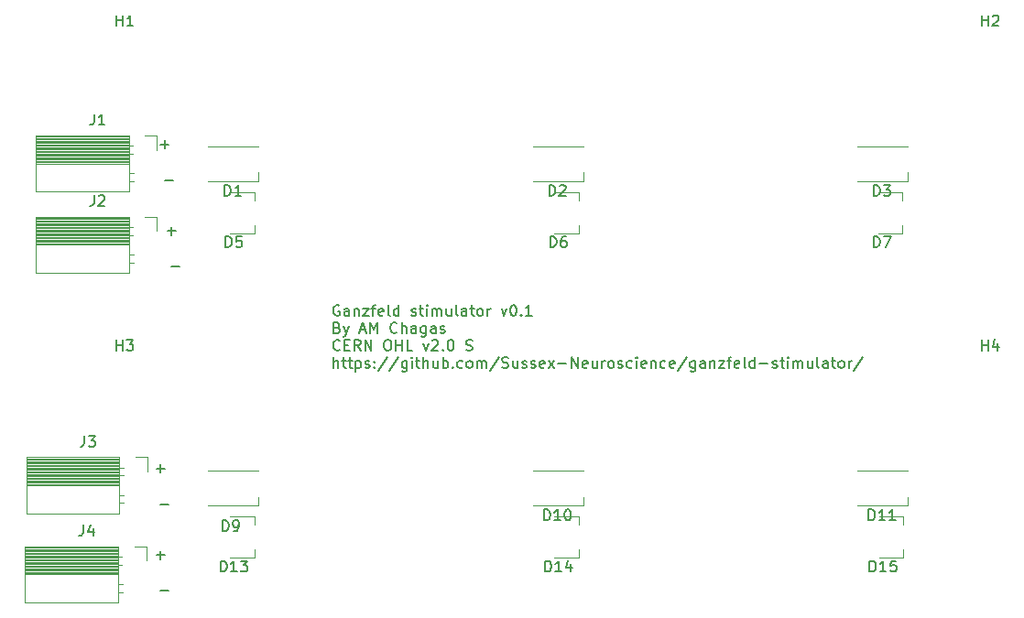
<source format=gbr>
%TF.GenerationSoftware,KiCad,Pcbnew,7.0.9-7.0.9~ubuntu22.04.1*%
%TF.CreationDate,2023-12-20T21:39:59+00:00*%
%TF.ProjectId,green_uv_led_pcb,67726565-6e5f-4757-965f-6c65645f7063,rev?*%
%TF.SameCoordinates,Original*%
%TF.FileFunction,Legend,Top*%
%TF.FilePolarity,Positive*%
%FSLAX46Y46*%
G04 Gerber Fmt 4.6, Leading zero omitted, Abs format (unit mm)*
G04 Created by KiCad (PCBNEW 7.0.9-7.0.9~ubuntu22.04.1) date 2023-12-20 21:39:59*
%MOMM*%
%LPD*%
G01*
G04 APERTURE LIST*
%ADD10C,0.150000*%
%ADD11C,0.120000*%
G04 APERTURE END LIST*
D10*
X102946779Y-105188866D02*
X103708684Y-105188866D01*
X103327731Y-105569819D02*
X103327731Y-104807914D01*
X103346779Y-75188866D02*
X104108684Y-75188866D01*
X103727731Y-75569819D02*
X103727731Y-74807914D01*
X103336779Y-116488866D02*
X104098684Y-116488866D01*
X103736779Y-78488866D02*
X104498684Y-78488866D01*
X119860588Y-90087438D02*
X119765350Y-90039819D01*
X119765350Y-90039819D02*
X119622493Y-90039819D01*
X119622493Y-90039819D02*
X119479636Y-90087438D01*
X119479636Y-90087438D02*
X119384398Y-90182676D01*
X119384398Y-90182676D02*
X119336779Y-90277914D01*
X119336779Y-90277914D02*
X119289160Y-90468390D01*
X119289160Y-90468390D02*
X119289160Y-90611247D01*
X119289160Y-90611247D02*
X119336779Y-90801723D01*
X119336779Y-90801723D02*
X119384398Y-90896961D01*
X119384398Y-90896961D02*
X119479636Y-90992200D01*
X119479636Y-90992200D02*
X119622493Y-91039819D01*
X119622493Y-91039819D02*
X119717731Y-91039819D01*
X119717731Y-91039819D02*
X119860588Y-90992200D01*
X119860588Y-90992200D02*
X119908207Y-90944580D01*
X119908207Y-90944580D02*
X119908207Y-90611247D01*
X119908207Y-90611247D02*
X119717731Y-90611247D01*
X120765350Y-91039819D02*
X120765350Y-90516009D01*
X120765350Y-90516009D02*
X120717731Y-90420771D01*
X120717731Y-90420771D02*
X120622493Y-90373152D01*
X120622493Y-90373152D02*
X120432017Y-90373152D01*
X120432017Y-90373152D02*
X120336779Y-90420771D01*
X120765350Y-90992200D02*
X120670112Y-91039819D01*
X120670112Y-91039819D02*
X120432017Y-91039819D01*
X120432017Y-91039819D02*
X120336779Y-90992200D01*
X120336779Y-90992200D02*
X120289160Y-90896961D01*
X120289160Y-90896961D02*
X120289160Y-90801723D01*
X120289160Y-90801723D02*
X120336779Y-90706485D01*
X120336779Y-90706485D02*
X120432017Y-90658866D01*
X120432017Y-90658866D02*
X120670112Y-90658866D01*
X120670112Y-90658866D02*
X120765350Y-90611247D01*
X121241541Y-90373152D02*
X121241541Y-91039819D01*
X121241541Y-90468390D02*
X121289160Y-90420771D01*
X121289160Y-90420771D02*
X121384398Y-90373152D01*
X121384398Y-90373152D02*
X121527255Y-90373152D01*
X121527255Y-90373152D02*
X121622493Y-90420771D01*
X121622493Y-90420771D02*
X121670112Y-90516009D01*
X121670112Y-90516009D02*
X121670112Y-91039819D01*
X122051065Y-90373152D02*
X122574874Y-90373152D01*
X122574874Y-90373152D02*
X122051065Y-91039819D01*
X122051065Y-91039819D02*
X122574874Y-91039819D01*
X122812970Y-90373152D02*
X123193922Y-90373152D01*
X122955827Y-91039819D02*
X122955827Y-90182676D01*
X122955827Y-90182676D02*
X123003446Y-90087438D01*
X123003446Y-90087438D02*
X123098684Y-90039819D01*
X123098684Y-90039819D02*
X123193922Y-90039819D01*
X123908208Y-90992200D02*
X123812970Y-91039819D01*
X123812970Y-91039819D02*
X123622494Y-91039819D01*
X123622494Y-91039819D02*
X123527256Y-90992200D01*
X123527256Y-90992200D02*
X123479637Y-90896961D01*
X123479637Y-90896961D02*
X123479637Y-90516009D01*
X123479637Y-90516009D02*
X123527256Y-90420771D01*
X123527256Y-90420771D02*
X123622494Y-90373152D01*
X123622494Y-90373152D02*
X123812970Y-90373152D01*
X123812970Y-90373152D02*
X123908208Y-90420771D01*
X123908208Y-90420771D02*
X123955827Y-90516009D01*
X123955827Y-90516009D02*
X123955827Y-90611247D01*
X123955827Y-90611247D02*
X123479637Y-90706485D01*
X124527256Y-91039819D02*
X124432018Y-90992200D01*
X124432018Y-90992200D02*
X124384399Y-90896961D01*
X124384399Y-90896961D02*
X124384399Y-90039819D01*
X125336780Y-91039819D02*
X125336780Y-90039819D01*
X125336780Y-90992200D02*
X125241542Y-91039819D01*
X125241542Y-91039819D02*
X125051066Y-91039819D01*
X125051066Y-91039819D02*
X124955828Y-90992200D01*
X124955828Y-90992200D02*
X124908209Y-90944580D01*
X124908209Y-90944580D02*
X124860590Y-90849342D01*
X124860590Y-90849342D02*
X124860590Y-90563628D01*
X124860590Y-90563628D02*
X124908209Y-90468390D01*
X124908209Y-90468390D02*
X124955828Y-90420771D01*
X124955828Y-90420771D02*
X125051066Y-90373152D01*
X125051066Y-90373152D02*
X125241542Y-90373152D01*
X125241542Y-90373152D02*
X125336780Y-90420771D01*
X126527257Y-90992200D02*
X126622495Y-91039819D01*
X126622495Y-91039819D02*
X126812971Y-91039819D01*
X126812971Y-91039819D02*
X126908209Y-90992200D01*
X126908209Y-90992200D02*
X126955828Y-90896961D01*
X126955828Y-90896961D02*
X126955828Y-90849342D01*
X126955828Y-90849342D02*
X126908209Y-90754104D01*
X126908209Y-90754104D02*
X126812971Y-90706485D01*
X126812971Y-90706485D02*
X126670114Y-90706485D01*
X126670114Y-90706485D02*
X126574876Y-90658866D01*
X126574876Y-90658866D02*
X126527257Y-90563628D01*
X126527257Y-90563628D02*
X126527257Y-90516009D01*
X126527257Y-90516009D02*
X126574876Y-90420771D01*
X126574876Y-90420771D02*
X126670114Y-90373152D01*
X126670114Y-90373152D02*
X126812971Y-90373152D01*
X126812971Y-90373152D02*
X126908209Y-90420771D01*
X127241543Y-90373152D02*
X127622495Y-90373152D01*
X127384400Y-90039819D02*
X127384400Y-90896961D01*
X127384400Y-90896961D02*
X127432019Y-90992200D01*
X127432019Y-90992200D02*
X127527257Y-91039819D01*
X127527257Y-91039819D02*
X127622495Y-91039819D01*
X127955829Y-91039819D02*
X127955829Y-90373152D01*
X127955829Y-90039819D02*
X127908210Y-90087438D01*
X127908210Y-90087438D02*
X127955829Y-90135057D01*
X127955829Y-90135057D02*
X128003448Y-90087438D01*
X128003448Y-90087438D02*
X127955829Y-90039819D01*
X127955829Y-90039819D02*
X127955829Y-90135057D01*
X128432019Y-91039819D02*
X128432019Y-90373152D01*
X128432019Y-90468390D02*
X128479638Y-90420771D01*
X128479638Y-90420771D02*
X128574876Y-90373152D01*
X128574876Y-90373152D02*
X128717733Y-90373152D01*
X128717733Y-90373152D02*
X128812971Y-90420771D01*
X128812971Y-90420771D02*
X128860590Y-90516009D01*
X128860590Y-90516009D02*
X128860590Y-91039819D01*
X128860590Y-90516009D02*
X128908209Y-90420771D01*
X128908209Y-90420771D02*
X129003447Y-90373152D01*
X129003447Y-90373152D02*
X129146304Y-90373152D01*
X129146304Y-90373152D02*
X129241543Y-90420771D01*
X129241543Y-90420771D02*
X129289162Y-90516009D01*
X129289162Y-90516009D02*
X129289162Y-91039819D01*
X130193923Y-90373152D02*
X130193923Y-91039819D01*
X129765352Y-90373152D02*
X129765352Y-90896961D01*
X129765352Y-90896961D02*
X129812971Y-90992200D01*
X129812971Y-90992200D02*
X129908209Y-91039819D01*
X129908209Y-91039819D02*
X130051066Y-91039819D01*
X130051066Y-91039819D02*
X130146304Y-90992200D01*
X130146304Y-90992200D02*
X130193923Y-90944580D01*
X130812971Y-91039819D02*
X130717733Y-90992200D01*
X130717733Y-90992200D02*
X130670114Y-90896961D01*
X130670114Y-90896961D02*
X130670114Y-90039819D01*
X131622495Y-91039819D02*
X131622495Y-90516009D01*
X131622495Y-90516009D02*
X131574876Y-90420771D01*
X131574876Y-90420771D02*
X131479638Y-90373152D01*
X131479638Y-90373152D02*
X131289162Y-90373152D01*
X131289162Y-90373152D02*
X131193924Y-90420771D01*
X131622495Y-90992200D02*
X131527257Y-91039819D01*
X131527257Y-91039819D02*
X131289162Y-91039819D01*
X131289162Y-91039819D02*
X131193924Y-90992200D01*
X131193924Y-90992200D02*
X131146305Y-90896961D01*
X131146305Y-90896961D02*
X131146305Y-90801723D01*
X131146305Y-90801723D02*
X131193924Y-90706485D01*
X131193924Y-90706485D02*
X131289162Y-90658866D01*
X131289162Y-90658866D02*
X131527257Y-90658866D01*
X131527257Y-90658866D02*
X131622495Y-90611247D01*
X131955829Y-90373152D02*
X132336781Y-90373152D01*
X132098686Y-90039819D02*
X132098686Y-90896961D01*
X132098686Y-90896961D02*
X132146305Y-90992200D01*
X132146305Y-90992200D02*
X132241543Y-91039819D01*
X132241543Y-91039819D02*
X132336781Y-91039819D01*
X132812972Y-91039819D02*
X132717734Y-90992200D01*
X132717734Y-90992200D02*
X132670115Y-90944580D01*
X132670115Y-90944580D02*
X132622496Y-90849342D01*
X132622496Y-90849342D02*
X132622496Y-90563628D01*
X132622496Y-90563628D02*
X132670115Y-90468390D01*
X132670115Y-90468390D02*
X132717734Y-90420771D01*
X132717734Y-90420771D02*
X132812972Y-90373152D01*
X132812972Y-90373152D02*
X132955829Y-90373152D01*
X132955829Y-90373152D02*
X133051067Y-90420771D01*
X133051067Y-90420771D02*
X133098686Y-90468390D01*
X133098686Y-90468390D02*
X133146305Y-90563628D01*
X133146305Y-90563628D02*
X133146305Y-90849342D01*
X133146305Y-90849342D02*
X133098686Y-90944580D01*
X133098686Y-90944580D02*
X133051067Y-90992200D01*
X133051067Y-90992200D02*
X132955829Y-91039819D01*
X132955829Y-91039819D02*
X132812972Y-91039819D01*
X133574877Y-91039819D02*
X133574877Y-90373152D01*
X133574877Y-90563628D02*
X133622496Y-90468390D01*
X133622496Y-90468390D02*
X133670115Y-90420771D01*
X133670115Y-90420771D02*
X133765353Y-90373152D01*
X133765353Y-90373152D02*
X133860591Y-90373152D01*
X134860592Y-90373152D02*
X135098687Y-91039819D01*
X135098687Y-91039819D02*
X135336782Y-90373152D01*
X135908211Y-90039819D02*
X136003449Y-90039819D01*
X136003449Y-90039819D02*
X136098687Y-90087438D01*
X136098687Y-90087438D02*
X136146306Y-90135057D01*
X136146306Y-90135057D02*
X136193925Y-90230295D01*
X136193925Y-90230295D02*
X136241544Y-90420771D01*
X136241544Y-90420771D02*
X136241544Y-90658866D01*
X136241544Y-90658866D02*
X136193925Y-90849342D01*
X136193925Y-90849342D02*
X136146306Y-90944580D01*
X136146306Y-90944580D02*
X136098687Y-90992200D01*
X136098687Y-90992200D02*
X136003449Y-91039819D01*
X136003449Y-91039819D02*
X135908211Y-91039819D01*
X135908211Y-91039819D02*
X135812973Y-90992200D01*
X135812973Y-90992200D02*
X135765354Y-90944580D01*
X135765354Y-90944580D02*
X135717735Y-90849342D01*
X135717735Y-90849342D02*
X135670116Y-90658866D01*
X135670116Y-90658866D02*
X135670116Y-90420771D01*
X135670116Y-90420771D02*
X135717735Y-90230295D01*
X135717735Y-90230295D02*
X135765354Y-90135057D01*
X135765354Y-90135057D02*
X135812973Y-90087438D01*
X135812973Y-90087438D02*
X135908211Y-90039819D01*
X136670116Y-90944580D02*
X136717735Y-90992200D01*
X136717735Y-90992200D02*
X136670116Y-91039819D01*
X136670116Y-91039819D02*
X136622497Y-90992200D01*
X136622497Y-90992200D02*
X136670116Y-90944580D01*
X136670116Y-90944580D02*
X136670116Y-91039819D01*
X137670115Y-91039819D02*
X137098687Y-91039819D01*
X137384401Y-91039819D02*
X137384401Y-90039819D01*
X137384401Y-90039819D02*
X137289163Y-90182676D01*
X137289163Y-90182676D02*
X137193925Y-90277914D01*
X137193925Y-90277914D02*
X137098687Y-90325533D01*
X119670112Y-92126009D02*
X119812969Y-92173628D01*
X119812969Y-92173628D02*
X119860588Y-92221247D01*
X119860588Y-92221247D02*
X119908207Y-92316485D01*
X119908207Y-92316485D02*
X119908207Y-92459342D01*
X119908207Y-92459342D02*
X119860588Y-92554580D01*
X119860588Y-92554580D02*
X119812969Y-92602200D01*
X119812969Y-92602200D02*
X119717731Y-92649819D01*
X119717731Y-92649819D02*
X119336779Y-92649819D01*
X119336779Y-92649819D02*
X119336779Y-91649819D01*
X119336779Y-91649819D02*
X119670112Y-91649819D01*
X119670112Y-91649819D02*
X119765350Y-91697438D01*
X119765350Y-91697438D02*
X119812969Y-91745057D01*
X119812969Y-91745057D02*
X119860588Y-91840295D01*
X119860588Y-91840295D02*
X119860588Y-91935533D01*
X119860588Y-91935533D02*
X119812969Y-92030771D01*
X119812969Y-92030771D02*
X119765350Y-92078390D01*
X119765350Y-92078390D02*
X119670112Y-92126009D01*
X119670112Y-92126009D02*
X119336779Y-92126009D01*
X120241541Y-91983152D02*
X120479636Y-92649819D01*
X120717731Y-91983152D02*
X120479636Y-92649819D01*
X120479636Y-92649819D02*
X120384398Y-92887914D01*
X120384398Y-92887914D02*
X120336779Y-92935533D01*
X120336779Y-92935533D02*
X120241541Y-92983152D01*
X121812970Y-92364104D02*
X122289160Y-92364104D01*
X121717732Y-92649819D02*
X122051065Y-91649819D01*
X122051065Y-91649819D02*
X122384398Y-92649819D01*
X122717732Y-92649819D02*
X122717732Y-91649819D01*
X122717732Y-91649819D02*
X123051065Y-92364104D01*
X123051065Y-92364104D02*
X123384398Y-91649819D01*
X123384398Y-91649819D02*
X123384398Y-92649819D01*
X125193922Y-92554580D02*
X125146303Y-92602200D01*
X125146303Y-92602200D02*
X125003446Y-92649819D01*
X125003446Y-92649819D02*
X124908208Y-92649819D01*
X124908208Y-92649819D02*
X124765351Y-92602200D01*
X124765351Y-92602200D02*
X124670113Y-92506961D01*
X124670113Y-92506961D02*
X124622494Y-92411723D01*
X124622494Y-92411723D02*
X124574875Y-92221247D01*
X124574875Y-92221247D02*
X124574875Y-92078390D01*
X124574875Y-92078390D02*
X124622494Y-91887914D01*
X124622494Y-91887914D02*
X124670113Y-91792676D01*
X124670113Y-91792676D02*
X124765351Y-91697438D01*
X124765351Y-91697438D02*
X124908208Y-91649819D01*
X124908208Y-91649819D02*
X125003446Y-91649819D01*
X125003446Y-91649819D02*
X125146303Y-91697438D01*
X125146303Y-91697438D02*
X125193922Y-91745057D01*
X125622494Y-92649819D02*
X125622494Y-91649819D01*
X126051065Y-92649819D02*
X126051065Y-92126009D01*
X126051065Y-92126009D02*
X126003446Y-92030771D01*
X126003446Y-92030771D02*
X125908208Y-91983152D01*
X125908208Y-91983152D02*
X125765351Y-91983152D01*
X125765351Y-91983152D02*
X125670113Y-92030771D01*
X125670113Y-92030771D02*
X125622494Y-92078390D01*
X126955827Y-92649819D02*
X126955827Y-92126009D01*
X126955827Y-92126009D02*
X126908208Y-92030771D01*
X126908208Y-92030771D02*
X126812970Y-91983152D01*
X126812970Y-91983152D02*
X126622494Y-91983152D01*
X126622494Y-91983152D02*
X126527256Y-92030771D01*
X126955827Y-92602200D02*
X126860589Y-92649819D01*
X126860589Y-92649819D02*
X126622494Y-92649819D01*
X126622494Y-92649819D02*
X126527256Y-92602200D01*
X126527256Y-92602200D02*
X126479637Y-92506961D01*
X126479637Y-92506961D02*
X126479637Y-92411723D01*
X126479637Y-92411723D02*
X126527256Y-92316485D01*
X126527256Y-92316485D02*
X126622494Y-92268866D01*
X126622494Y-92268866D02*
X126860589Y-92268866D01*
X126860589Y-92268866D02*
X126955827Y-92221247D01*
X127860589Y-91983152D02*
X127860589Y-92792676D01*
X127860589Y-92792676D02*
X127812970Y-92887914D01*
X127812970Y-92887914D02*
X127765351Y-92935533D01*
X127765351Y-92935533D02*
X127670113Y-92983152D01*
X127670113Y-92983152D02*
X127527256Y-92983152D01*
X127527256Y-92983152D02*
X127432018Y-92935533D01*
X127860589Y-92602200D02*
X127765351Y-92649819D01*
X127765351Y-92649819D02*
X127574875Y-92649819D01*
X127574875Y-92649819D02*
X127479637Y-92602200D01*
X127479637Y-92602200D02*
X127432018Y-92554580D01*
X127432018Y-92554580D02*
X127384399Y-92459342D01*
X127384399Y-92459342D02*
X127384399Y-92173628D01*
X127384399Y-92173628D02*
X127432018Y-92078390D01*
X127432018Y-92078390D02*
X127479637Y-92030771D01*
X127479637Y-92030771D02*
X127574875Y-91983152D01*
X127574875Y-91983152D02*
X127765351Y-91983152D01*
X127765351Y-91983152D02*
X127860589Y-92030771D01*
X128765351Y-92649819D02*
X128765351Y-92126009D01*
X128765351Y-92126009D02*
X128717732Y-92030771D01*
X128717732Y-92030771D02*
X128622494Y-91983152D01*
X128622494Y-91983152D02*
X128432018Y-91983152D01*
X128432018Y-91983152D02*
X128336780Y-92030771D01*
X128765351Y-92602200D02*
X128670113Y-92649819D01*
X128670113Y-92649819D02*
X128432018Y-92649819D01*
X128432018Y-92649819D02*
X128336780Y-92602200D01*
X128336780Y-92602200D02*
X128289161Y-92506961D01*
X128289161Y-92506961D02*
X128289161Y-92411723D01*
X128289161Y-92411723D02*
X128336780Y-92316485D01*
X128336780Y-92316485D02*
X128432018Y-92268866D01*
X128432018Y-92268866D02*
X128670113Y-92268866D01*
X128670113Y-92268866D02*
X128765351Y-92221247D01*
X129193923Y-92602200D02*
X129289161Y-92649819D01*
X129289161Y-92649819D02*
X129479637Y-92649819D01*
X129479637Y-92649819D02*
X129574875Y-92602200D01*
X129574875Y-92602200D02*
X129622494Y-92506961D01*
X129622494Y-92506961D02*
X129622494Y-92459342D01*
X129622494Y-92459342D02*
X129574875Y-92364104D01*
X129574875Y-92364104D02*
X129479637Y-92316485D01*
X129479637Y-92316485D02*
X129336780Y-92316485D01*
X129336780Y-92316485D02*
X129241542Y-92268866D01*
X129241542Y-92268866D02*
X129193923Y-92173628D01*
X129193923Y-92173628D02*
X129193923Y-92126009D01*
X129193923Y-92126009D02*
X129241542Y-92030771D01*
X129241542Y-92030771D02*
X129336780Y-91983152D01*
X129336780Y-91983152D02*
X129479637Y-91983152D01*
X129479637Y-91983152D02*
X129574875Y-92030771D01*
X119908207Y-94164580D02*
X119860588Y-94212200D01*
X119860588Y-94212200D02*
X119717731Y-94259819D01*
X119717731Y-94259819D02*
X119622493Y-94259819D01*
X119622493Y-94259819D02*
X119479636Y-94212200D01*
X119479636Y-94212200D02*
X119384398Y-94116961D01*
X119384398Y-94116961D02*
X119336779Y-94021723D01*
X119336779Y-94021723D02*
X119289160Y-93831247D01*
X119289160Y-93831247D02*
X119289160Y-93688390D01*
X119289160Y-93688390D02*
X119336779Y-93497914D01*
X119336779Y-93497914D02*
X119384398Y-93402676D01*
X119384398Y-93402676D02*
X119479636Y-93307438D01*
X119479636Y-93307438D02*
X119622493Y-93259819D01*
X119622493Y-93259819D02*
X119717731Y-93259819D01*
X119717731Y-93259819D02*
X119860588Y-93307438D01*
X119860588Y-93307438D02*
X119908207Y-93355057D01*
X120336779Y-93736009D02*
X120670112Y-93736009D01*
X120812969Y-94259819D02*
X120336779Y-94259819D01*
X120336779Y-94259819D02*
X120336779Y-93259819D01*
X120336779Y-93259819D02*
X120812969Y-93259819D01*
X121812969Y-94259819D02*
X121479636Y-93783628D01*
X121241541Y-94259819D02*
X121241541Y-93259819D01*
X121241541Y-93259819D02*
X121622493Y-93259819D01*
X121622493Y-93259819D02*
X121717731Y-93307438D01*
X121717731Y-93307438D02*
X121765350Y-93355057D01*
X121765350Y-93355057D02*
X121812969Y-93450295D01*
X121812969Y-93450295D02*
X121812969Y-93593152D01*
X121812969Y-93593152D02*
X121765350Y-93688390D01*
X121765350Y-93688390D02*
X121717731Y-93736009D01*
X121717731Y-93736009D02*
X121622493Y-93783628D01*
X121622493Y-93783628D02*
X121241541Y-93783628D01*
X122241541Y-94259819D02*
X122241541Y-93259819D01*
X122241541Y-93259819D02*
X122812969Y-94259819D01*
X122812969Y-94259819D02*
X122812969Y-93259819D01*
X124241541Y-93259819D02*
X124432017Y-93259819D01*
X124432017Y-93259819D02*
X124527255Y-93307438D01*
X124527255Y-93307438D02*
X124622493Y-93402676D01*
X124622493Y-93402676D02*
X124670112Y-93593152D01*
X124670112Y-93593152D02*
X124670112Y-93926485D01*
X124670112Y-93926485D02*
X124622493Y-94116961D01*
X124622493Y-94116961D02*
X124527255Y-94212200D01*
X124527255Y-94212200D02*
X124432017Y-94259819D01*
X124432017Y-94259819D02*
X124241541Y-94259819D01*
X124241541Y-94259819D02*
X124146303Y-94212200D01*
X124146303Y-94212200D02*
X124051065Y-94116961D01*
X124051065Y-94116961D02*
X124003446Y-93926485D01*
X124003446Y-93926485D02*
X124003446Y-93593152D01*
X124003446Y-93593152D02*
X124051065Y-93402676D01*
X124051065Y-93402676D02*
X124146303Y-93307438D01*
X124146303Y-93307438D02*
X124241541Y-93259819D01*
X125098684Y-94259819D02*
X125098684Y-93259819D01*
X125098684Y-93736009D02*
X125670112Y-93736009D01*
X125670112Y-94259819D02*
X125670112Y-93259819D01*
X126622493Y-94259819D02*
X126146303Y-94259819D01*
X126146303Y-94259819D02*
X126146303Y-93259819D01*
X127622494Y-93593152D02*
X127860589Y-94259819D01*
X127860589Y-94259819D02*
X128098684Y-93593152D01*
X128432018Y-93355057D02*
X128479637Y-93307438D01*
X128479637Y-93307438D02*
X128574875Y-93259819D01*
X128574875Y-93259819D02*
X128812970Y-93259819D01*
X128812970Y-93259819D02*
X128908208Y-93307438D01*
X128908208Y-93307438D02*
X128955827Y-93355057D01*
X128955827Y-93355057D02*
X129003446Y-93450295D01*
X129003446Y-93450295D02*
X129003446Y-93545533D01*
X129003446Y-93545533D02*
X128955827Y-93688390D01*
X128955827Y-93688390D02*
X128384399Y-94259819D01*
X128384399Y-94259819D02*
X129003446Y-94259819D01*
X129432018Y-94164580D02*
X129479637Y-94212200D01*
X129479637Y-94212200D02*
X129432018Y-94259819D01*
X129432018Y-94259819D02*
X129384399Y-94212200D01*
X129384399Y-94212200D02*
X129432018Y-94164580D01*
X129432018Y-94164580D02*
X129432018Y-94259819D01*
X130098684Y-93259819D02*
X130193922Y-93259819D01*
X130193922Y-93259819D02*
X130289160Y-93307438D01*
X130289160Y-93307438D02*
X130336779Y-93355057D01*
X130336779Y-93355057D02*
X130384398Y-93450295D01*
X130384398Y-93450295D02*
X130432017Y-93640771D01*
X130432017Y-93640771D02*
X130432017Y-93878866D01*
X130432017Y-93878866D02*
X130384398Y-94069342D01*
X130384398Y-94069342D02*
X130336779Y-94164580D01*
X130336779Y-94164580D02*
X130289160Y-94212200D01*
X130289160Y-94212200D02*
X130193922Y-94259819D01*
X130193922Y-94259819D02*
X130098684Y-94259819D01*
X130098684Y-94259819D02*
X130003446Y-94212200D01*
X130003446Y-94212200D02*
X129955827Y-94164580D01*
X129955827Y-94164580D02*
X129908208Y-94069342D01*
X129908208Y-94069342D02*
X129860589Y-93878866D01*
X129860589Y-93878866D02*
X129860589Y-93640771D01*
X129860589Y-93640771D02*
X129908208Y-93450295D01*
X129908208Y-93450295D02*
X129955827Y-93355057D01*
X129955827Y-93355057D02*
X130003446Y-93307438D01*
X130003446Y-93307438D02*
X130098684Y-93259819D01*
X131574875Y-94212200D02*
X131717732Y-94259819D01*
X131717732Y-94259819D02*
X131955827Y-94259819D01*
X131955827Y-94259819D02*
X132051065Y-94212200D01*
X132051065Y-94212200D02*
X132098684Y-94164580D01*
X132098684Y-94164580D02*
X132146303Y-94069342D01*
X132146303Y-94069342D02*
X132146303Y-93974104D01*
X132146303Y-93974104D02*
X132098684Y-93878866D01*
X132098684Y-93878866D02*
X132051065Y-93831247D01*
X132051065Y-93831247D02*
X131955827Y-93783628D01*
X131955827Y-93783628D02*
X131765351Y-93736009D01*
X131765351Y-93736009D02*
X131670113Y-93688390D01*
X131670113Y-93688390D02*
X131622494Y-93640771D01*
X131622494Y-93640771D02*
X131574875Y-93545533D01*
X131574875Y-93545533D02*
X131574875Y-93450295D01*
X131574875Y-93450295D02*
X131622494Y-93355057D01*
X131622494Y-93355057D02*
X131670113Y-93307438D01*
X131670113Y-93307438D02*
X131765351Y-93259819D01*
X131765351Y-93259819D02*
X132003446Y-93259819D01*
X132003446Y-93259819D02*
X132146303Y-93307438D01*
X119336779Y-95869819D02*
X119336779Y-94869819D01*
X119765350Y-95869819D02*
X119765350Y-95346009D01*
X119765350Y-95346009D02*
X119717731Y-95250771D01*
X119717731Y-95250771D02*
X119622493Y-95203152D01*
X119622493Y-95203152D02*
X119479636Y-95203152D01*
X119479636Y-95203152D02*
X119384398Y-95250771D01*
X119384398Y-95250771D02*
X119336779Y-95298390D01*
X120098684Y-95203152D02*
X120479636Y-95203152D01*
X120241541Y-94869819D02*
X120241541Y-95726961D01*
X120241541Y-95726961D02*
X120289160Y-95822200D01*
X120289160Y-95822200D02*
X120384398Y-95869819D01*
X120384398Y-95869819D02*
X120479636Y-95869819D01*
X120670113Y-95203152D02*
X121051065Y-95203152D01*
X120812970Y-94869819D02*
X120812970Y-95726961D01*
X120812970Y-95726961D02*
X120860589Y-95822200D01*
X120860589Y-95822200D02*
X120955827Y-95869819D01*
X120955827Y-95869819D02*
X121051065Y-95869819D01*
X121384399Y-95203152D02*
X121384399Y-96203152D01*
X121384399Y-95250771D02*
X121479637Y-95203152D01*
X121479637Y-95203152D02*
X121670113Y-95203152D01*
X121670113Y-95203152D02*
X121765351Y-95250771D01*
X121765351Y-95250771D02*
X121812970Y-95298390D01*
X121812970Y-95298390D02*
X121860589Y-95393628D01*
X121860589Y-95393628D02*
X121860589Y-95679342D01*
X121860589Y-95679342D02*
X121812970Y-95774580D01*
X121812970Y-95774580D02*
X121765351Y-95822200D01*
X121765351Y-95822200D02*
X121670113Y-95869819D01*
X121670113Y-95869819D02*
X121479637Y-95869819D01*
X121479637Y-95869819D02*
X121384399Y-95822200D01*
X122241542Y-95822200D02*
X122336780Y-95869819D01*
X122336780Y-95869819D02*
X122527256Y-95869819D01*
X122527256Y-95869819D02*
X122622494Y-95822200D01*
X122622494Y-95822200D02*
X122670113Y-95726961D01*
X122670113Y-95726961D02*
X122670113Y-95679342D01*
X122670113Y-95679342D02*
X122622494Y-95584104D01*
X122622494Y-95584104D02*
X122527256Y-95536485D01*
X122527256Y-95536485D02*
X122384399Y-95536485D01*
X122384399Y-95536485D02*
X122289161Y-95488866D01*
X122289161Y-95488866D02*
X122241542Y-95393628D01*
X122241542Y-95393628D02*
X122241542Y-95346009D01*
X122241542Y-95346009D02*
X122289161Y-95250771D01*
X122289161Y-95250771D02*
X122384399Y-95203152D01*
X122384399Y-95203152D02*
X122527256Y-95203152D01*
X122527256Y-95203152D02*
X122622494Y-95250771D01*
X123098685Y-95774580D02*
X123146304Y-95822200D01*
X123146304Y-95822200D02*
X123098685Y-95869819D01*
X123098685Y-95869819D02*
X123051066Y-95822200D01*
X123051066Y-95822200D02*
X123098685Y-95774580D01*
X123098685Y-95774580D02*
X123098685Y-95869819D01*
X123098685Y-95250771D02*
X123146304Y-95298390D01*
X123146304Y-95298390D02*
X123098685Y-95346009D01*
X123098685Y-95346009D02*
X123051066Y-95298390D01*
X123051066Y-95298390D02*
X123098685Y-95250771D01*
X123098685Y-95250771D02*
X123098685Y-95346009D01*
X124289160Y-94822200D02*
X123432018Y-96107914D01*
X125336779Y-94822200D02*
X124479637Y-96107914D01*
X126098684Y-95203152D02*
X126098684Y-96012676D01*
X126098684Y-96012676D02*
X126051065Y-96107914D01*
X126051065Y-96107914D02*
X126003446Y-96155533D01*
X126003446Y-96155533D02*
X125908208Y-96203152D01*
X125908208Y-96203152D02*
X125765351Y-96203152D01*
X125765351Y-96203152D02*
X125670113Y-96155533D01*
X126098684Y-95822200D02*
X126003446Y-95869819D01*
X126003446Y-95869819D02*
X125812970Y-95869819D01*
X125812970Y-95869819D02*
X125717732Y-95822200D01*
X125717732Y-95822200D02*
X125670113Y-95774580D01*
X125670113Y-95774580D02*
X125622494Y-95679342D01*
X125622494Y-95679342D02*
X125622494Y-95393628D01*
X125622494Y-95393628D02*
X125670113Y-95298390D01*
X125670113Y-95298390D02*
X125717732Y-95250771D01*
X125717732Y-95250771D02*
X125812970Y-95203152D01*
X125812970Y-95203152D02*
X126003446Y-95203152D01*
X126003446Y-95203152D02*
X126098684Y-95250771D01*
X126574875Y-95869819D02*
X126574875Y-95203152D01*
X126574875Y-94869819D02*
X126527256Y-94917438D01*
X126527256Y-94917438D02*
X126574875Y-94965057D01*
X126574875Y-94965057D02*
X126622494Y-94917438D01*
X126622494Y-94917438D02*
X126574875Y-94869819D01*
X126574875Y-94869819D02*
X126574875Y-94965057D01*
X126908208Y-95203152D02*
X127289160Y-95203152D01*
X127051065Y-94869819D02*
X127051065Y-95726961D01*
X127051065Y-95726961D02*
X127098684Y-95822200D01*
X127098684Y-95822200D02*
X127193922Y-95869819D01*
X127193922Y-95869819D02*
X127289160Y-95869819D01*
X127622494Y-95869819D02*
X127622494Y-94869819D01*
X128051065Y-95869819D02*
X128051065Y-95346009D01*
X128051065Y-95346009D02*
X128003446Y-95250771D01*
X128003446Y-95250771D02*
X127908208Y-95203152D01*
X127908208Y-95203152D02*
X127765351Y-95203152D01*
X127765351Y-95203152D02*
X127670113Y-95250771D01*
X127670113Y-95250771D02*
X127622494Y-95298390D01*
X128955827Y-95203152D02*
X128955827Y-95869819D01*
X128527256Y-95203152D02*
X128527256Y-95726961D01*
X128527256Y-95726961D02*
X128574875Y-95822200D01*
X128574875Y-95822200D02*
X128670113Y-95869819D01*
X128670113Y-95869819D02*
X128812970Y-95869819D01*
X128812970Y-95869819D02*
X128908208Y-95822200D01*
X128908208Y-95822200D02*
X128955827Y-95774580D01*
X129432018Y-95869819D02*
X129432018Y-94869819D01*
X129432018Y-95250771D02*
X129527256Y-95203152D01*
X129527256Y-95203152D02*
X129717732Y-95203152D01*
X129717732Y-95203152D02*
X129812970Y-95250771D01*
X129812970Y-95250771D02*
X129860589Y-95298390D01*
X129860589Y-95298390D02*
X129908208Y-95393628D01*
X129908208Y-95393628D02*
X129908208Y-95679342D01*
X129908208Y-95679342D02*
X129860589Y-95774580D01*
X129860589Y-95774580D02*
X129812970Y-95822200D01*
X129812970Y-95822200D02*
X129717732Y-95869819D01*
X129717732Y-95869819D02*
X129527256Y-95869819D01*
X129527256Y-95869819D02*
X129432018Y-95822200D01*
X130336780Y-95774580D02*
X130384399Y-95822200D01*
X130384399Y-95822200D02*
X130336780Y-95869819D01*
X130336780Y-95869819D02*
X130289161Y-95822200D01*
X130289161Y-95822200D02*
X130336780Y-95774580D01*
X130336780Y-95774580D02*
X130336780Y-95869819D01*
X131241541Y-95822200D02*
X131146303Y-95869819D01*
X131146303Y-95869819D02*
X130955827Y-95869819D01*
X130955827Y-95869819D02*
X130860589Y-95822200D01*
X130860589Y-95822200D02*
X130812970Y-95774580D01*
X130812970Y-95774580D02*
X130765351Y-95679342D01*
X130765351Y-95679342D02*
X130765351Y-95393628D01*
X130765351Y-95393628D02*
X130812970Y-95298390D01*
X130812970Y-95298390D02*
X130860589Y-95250771D01*
X130860589Y-95250771D02*
X130955827Y-95203152D01*
X130955827Y-95203152D02*
X131146303Y-95203152D01*
X131146303Y-95203152D02*
X131241541Y-95250771D01*
X131812970Y-95869819D02*
X131717732Y-95822200D01*
X131717732Y-95822200D02*
X131670113Y-95774580D01*
X131670113Y-95774580D02*
X131622494Y-95679342D01*
X131622494Y-95679342D02*
X131622494Y-95393628D01*
X131622494Y-95393628D02*
X131670113Y-95298390D01*
X131670113Y-95298390D02*
X131717732Y-95250771D01*
X131717732Y-95250771D02*
X131812970Y-95203152D01*
X131812970Y-95203152D02*
X131955827Y-95203152D01*
X131955827Y-95203152D02*
X132051065Y-95250771D01*
X132051065Y-95250771D02*
X132098684Y-95298390D01*
X132098684Y-95298390D02*
X132146303Y-95393628D01*
X132146303Y-95393628D02*
X132146303Y-95679342D01*
X132146303Y-95679342D02*
X132098684Y-95774580D01*
X132098684Y-95774580D02*
X132051065Y-95822200D01*
X132051065Y-95822200D02*
X131955827Y-95869819D01*
X131955827Y-95869819D02*
X131812970Y-95869819D01*
X132574875Y-95869819D02*
X132574875Y-95203152D01*
X132574875Y-95298390D02*
X132622494Y-95250771D01*
X132622494Y-95250771D02*
X132717732Y-95203152D01*
X132717732Y-95203152D02*
X132860589Y-95203152D01*
X132860589Y-95203152D02*
X132955827Y-95250771D01*
X132955827Y-95250771D02*
X133003446Y-95346009D01*
X133003446Y-95346009D02*
X133003446Y-95869819D01*
X133003446Y-95346009D02*
X133051065Y-95250771D01*
X133051065Y-95250771D02*
X133146303Y-95203152D01*
X133146303Y-95203152D02*
X133289160Y-95203152D01*
X133289160Y-95203152D02*
X133384399Y-95250771D01*
X133384399Y-95250771D02*
X133432018Y-95346009D01*
X133432018Y-95346009D02*
X133432018Y-95869819D01*
X134622493Y-94822200D02*
X133765351Y-96107914D01*
X134908208Y-95822200D02*
X135051065Y-95869819D01*
X135051065Y-95869819D02*
X135289160Y-95869819D01*
X135289160Y-95869819D02*
X135384398Y-95822200D01*
X135384398Y-95822200D02*
X135432017Y-95774580D01*
X135432017Y-95774580D02*
X135479636Y-95679342D01*
X135479636Y-95679342D02*
X135479636Y-95584104D01*
X135479636Y-95584104D02*
X135432017Y-95488866D01*
X135432017Y-95488866D02*
X135384398Y-95441247D01*
X135384398Y-95441247D02*
X135289160Y-95393628D01*
X135289160Y-95393628D02*
X135098684Y-95346009D01*
X135098684Y-95346009D02*
X135003446Y-95298390D01*
X135003446Y-95298390D02*
X134955827Y-95250771D01*
X134955827Y-95250771D02*
X134908208Y-95155533D01*
X134908208Y-95155533D02*
X134908208Y-95060295D01*
X134908208Y-95060295D02*
X134955827Y-94965057D01*
X134955827Y-94965057D02*
X135003446Y-94917438D01*
X135003446Y-94917438D02*
X135098684Y-94869819D01*
X135098684Y-94869819D02*
X135336779Y-94869819D01*
X135336779Y-94869819D02*
X135479636Y-94917438D01*
X136336779Y-95203152D02*
X136336779Y-95869819D01*
X135908208Y-95203152D02*
X135908208Y-95726961D01*
X135908208Y-95726961D02*
X135955827Y-95822200D01*
X135955827Y-95822200D02*
X136051065Y-95869819D01*
X136051065Y-95869819D02*
X136193922Y-95869819D01*
X136193922Y-95869819D02*
X136289160Y-95822200D01*
X136289160Y-95822200D02*
X136336779Y-95774580D01*
X136765351Y-95822200D02*
X136860589Y-95869819D01*
X136860589Y-95869819D02*
X137051065Y-95869819D01*
X137051065Y-95869819D02*
X137146303Y-95822200D01*
X137146303Y-95822200D02*
X137193922Y-95726961D01*
X137193922Y-95726961D02*
X137193922Y-95679342D01*
X137193922Y-95679342D02*
X137146303Y-95584104D01*
X137146303Y-95584104D02*
X137051065Y-95536485D01*
X137051065Y-95536485D02*
X136908208Y-95536485D01*
X136908208Y-95536485D02*
X136812970Y-95488866D01*
X136812970Y-95488866D02*
X136765351Y-95393628D01*
X136765351Y-95393628D02*
X136765351Y-95346009D01*
X136765351Y-95346009D02*
X136812970Y-95250771D01*
X136812970Y-95250771D02*
X136908208Y-95203152D01*
X136908208Y-95203152D02*
X137051065Y-95203152D01*
X137051065Y-95203152D02*
X137146303Y-95250771D01*
X137574875Y-95822200D02*
X137670113Y-95869819D01*
X137670113Y-95869819D02*
X137860589Y-95869819D01*
X137860589Y-95869819D02*
X137955827Y-95822200D01*
X137955827Y-95822200D02*
X138003446Y-95726961D01*
X138003446Y-95726961D02*
X138003446Y-95679342D01*
X138003446Y-95679342D02*
X137955827Y-95584104D01*
X137955827Y-95584104D02*
X137860589Y-95536485D01*
X137860589Y-95536485D02*
X137717732Y-95536485D01*
X137717732Y-95536485D02*
X137622494Y-95488866D01*
X137622494Y-95488866D02*
X137574875Y-95393628D01*
X137574875Y-95393628D02*
X137574875Y-95346009D01*
X137574875Y-95346009D02*
X137622494Y-95250771D01*
X137622494Y-95250771D02*
X137717732Y-95203152D01*
X137717732Y-95203152D02*
X137860589Y-95203152D01*
X137860589Y-95203152D02*
X137955827Y-95250771D01*
X138812970Y-95822200D02*
X138717732Y-95869819D01*
X138717732Y-95869819D02*
X138527256Y-95869819D01*
X138527256Y-95869819D02*
X138432018Y-95822200D01*
X138432018Y-95822200D02*
X138384399Y-95726961D01*
X138384399Y-95726961D02*
X138384399Y-95346009D01*
X138384399Y-95346009D02*
X138432018Y-95250771D01*
X138432018Y-95250771D02*
X138527256Y-95203152D01*
X138527256Y-95203152D02*
X138717732Y-95203152D01*
X138717732Y-95203152D02*
X138812970Y-95250771D01*
X138812970Y-95250771D02*
X138860589Y-95346009D01*
X138860589Y-95346009D02*
X138860589Y-95441247D01*
X138860589Y-95441247D02*
X138384399Y-95536485D01*
X139193923Y-95869819D02*
X139717732Y-95203152D01*
X139193923Y-95203152D02*
X139717732Y-95869819D01*
X140098685Y-95488866D02*
X140860590Y-95488866D01*
X141336780Y-95869819D02*
X141336780Y-94869819D01*
X141336780Y-94869819D02*
X141908208Y-95869819D01*
X141908208Y-95869819D02*
X141908208Y-94869819D01*
X142765351Y-95822200D02*
X142670113Y-95869819D01*
X142670113Y-95869819D02*
X142479637Y-95869819D01*
X142479637Y-95869819D02*
X142384399Y-95822200D01*
X142384399Y-95822200D02*
X142336780Y-95726961D01*
X142336780Y-95726961D02*
X142336780Y-95346009D01*
X142336780Y-95346009D02*
X142384399Y-95250771D01*
X142384399Y-95250771D02*
X142479637Y-95203152D01*
X142479637Y-95203152D02*
X142670113Y-95203152D01*
X142670113Y-95203152D02*
X142765351Y-95250771D01*
X142765351Y-95250771D02*
X142812970Y-95346009D01*
X142812970Y-95346009D02*
X142812970Y-95441247D01*
X142812970Y-95441247D02*
X142336780Y-95536485D01*
X143670113Y-95203152D02*
X143670113Y-95869819D01*
X143241542Y-95203152D02*
X143241542Y-95726961D01*
X143241542Y-95726961D02*
X143289161Y-95822200D01*
X143289161Y-95822200D02*
X143384399Y-95869819D01*
X143384399Y-95869819D02*
X143527256Y-95869819D01*
X143527256Y-95869819D02*
X143622494Y-95822200D01*
X143622494Y-95822200D02*
X143670113Y-95774580D01*
X144146304Y-95869819D02*
X144146304Y-95203152D01*
X144146304Y-95393628D02*
X144193923Y-95298390D01*
X144193923Y-95298390D02*
X144241542Y-95250771D01*
X144241542Y-95250771D02*
X144336780Y-95203152D01*
X144336780Y-95203152D02*
X144432018Y-95203152D01*
X144908209Y-95869819D02*
X144812971Y-95822200D01*
X144812971Y-95822200D02*
X144765352Y-95774580D01*
X144765352Y-95774580D02*
X144717733Y-95679342D01*
X144717733Y-95679342D02*
X144717733Y-95393628D01*
X144717733Y-95393628D02*
X144765352Y-95298390D01*
X144765352Y-95298390D02*
X144812971Y-95250771D01*
X144812971Y-95250771D02*
X144908209Y-95203152D01*
X144908209Y-95203152D02*
X145051066Y-95203152D01*
X145051066Y-95203152D02*
X145146304Y-95250771D01*
X145146304Y-95250771D02*
X145193923Y-95298390D01*
X145193923Y-95298390D02*
X145241542Y-95393628D01*
X145241542Y-95393628D02*
X145241542Y-95679342D01*
X145241542Y-95679342D02*
X145193923Y-95774580D01*
X145193923Y-95774580D02*
X145146304Y-95822200D01*
X145146304Y-95822200D02*
X145051066Y-95869819D01*
X145051066Y-95869819D02*
X144908209Y-95869819D01*
X145622495Y-95822200D02*
X145717733Y-95869819D01*
X145717733Y-95869819D02*
X145908209Y-95869819D01*
X145908209Y-95869819D02*
X146003447Y-95822200D01*
X146003447Y-95822200D02*
X146051066Y-95726961D01*
X146051066Y-95726961D02*
X146051066Y-95679342D01*
X146051066Y-95679342D02*
X146003447Y-95584104D01*
X146003447Y-95584104D02*
X145908209Y-95536485D01*
X145908209Y-95536485D02*
X145765352Y-95536485D01*
X145765352Y-95536485D02*
X145670114Y-95488866D01*
X145670114Y-95488866D02*
X145622495Y-95393628D01*
X145622495Y-95393628D02*
X145622495Y-95346009D01*
X145622495Y-95346009D02*
X145670114Y-95250771D01*
X145670114Y-95250771D02*
X145765352Y-95203152D01*
X145765352Y-95203152D02*
X145908209Y-95203152D01*
X145908209Y-95203152D02*
X146003447Y-95250771D01*
X146908209Y-95822200D02*
X146812971Y-95869819D01*
X146812971Y-95869819D02*
X146622495Y-95869819D01*
X146622495Y-95869819D02*
X146527257Y-95822200D01*
X146527257Y-95822200D02*
X146479638Y-95774580D01*
X146479638Y-95774580D02*
X146432019Y-95679342D01*
X146432019Y-95679342D02*
X146432019Y-95393628D01*
X146432019Y-95393628D02*
X146479638Y-95298390D01*
X146479638Y-95298390D02*
X146527257Y-95250771D01*
X146527257Y-95250771D02*
X146622495Y-95203152D01*
X146622495Y-95203152D02*
X146812971Y-95203152D01*
X146812971Y-95203152D02*
X146908209Y-95250771D01*
X147336781Y-95869819D02*
X147336781Y-95203152D01*
X147336781Y-94869819D02*
X147289162Y-94917438D01*
X147289162Y-94917438D02*
X147336781Y-94965057D01*
X147336781Y-94965057D02*
X147384400Y-94917438D01*
X147384400Y-94917438D02*
X147336781Y-94869819D01*
X147336781Y-94869819D02*
X147336781Y-94965057D01*
X148193923Y-95822200D02*
X148098685Y-95869819D01*
X148098685Y-95869819D02*
X147908209Y-95869819D01*
X147908209Y-95869819D02*
X147812971Y-95822200D01*
X147812971Y-95822200D02*
X147765352Y-95726961D01*
X147765352Y-95726961D02*
X147765352Y-95346009D01*
X147765352Y-95346009D02*
X147812971Y-95250771D01*
X147812971Y-95250771D02*
X147908209Y-95203152D01*
X147908209Y-95203152D02*
X148098685Y-95203152D01*
X148098685Y-95203152D02*
X148193923Y-95250771D01*
X148193923Y-95250771D02*
X148241542Y-95346009D01*
X148241542Y-95346009D02*
X148241542Y-95441247D01*
X148241542Y-95441247D02*
X147765352Y-95536485D01*
X148670114Y-95203152D02*
X148670114Y-95869819D01*
X148670114Y-95298390D02*
X148717733Y-95250771D01*
X148717733Y-95250771D02*
X148812971Y-95203152D01*
X148812971Y-95203152D02*
X148955828Y-95203152D01*
X148955828Y-95203152D02*
X149051066Y-95250771D01*
X149051066Y-95250771D02*
X149098685Y-95346009D01*
X149098685Y-95346009D02*
X149098685Y-95869819D01*
X150003447Y-95822200D02*
X149908209Y-95869819D01*
X149908209Y-95869819D02*
X149717733Y-95869819D01*
X149717733Y-95869819D02*
X149622495Y-95822200D01*
X149622495Y-95822200D02*
X149574876Y-95774580D01*
X149574876Y-95774580D02*
X149527257Y-95679342D01*
X149527257Y-95679342D02*
X149527257Y-95393628D01*
X149527257Y-95393628D02*
X149574876Y-95298390D01*
X149574876Y-95298390D02*
X149622495Y-95250771D01*
X149622495Y-95250771D02*
X149717733Y-95203152D01*
X149717733Y-95203152D02*
X149908209Y-95203152D01*
X149908209Y-95203152D02*
X150003447Y-95250771D01*
X150812971Y-95822200D02*
X150717733Y-95869819D01*
X150717733Y-95869819D02*
X150527257Y-95869819D01*
X150527257Y-95869819D02*
X150432019Y-95822200D01*
X150432019Y-95822200D02*
X150384400Y-95726961D01*
X150384400Y-95726961D02*
X150384400Y-95346009D01*
X150384400Y-95346009D02*
X150432019Y-95250771D01*
X150432019Y-95250771D02*
X150527257Y-95203152D01*
X150527257Y-95203152D02*
X150717733Y-95203152D01*
X150717733Y-95203152D02*
X150812971Y-95250771D01*
X150812971Y-95250771D02*
X150860590Y-95346009D01*
X150860590Y-95346009D02*
X150860590Y-95441247D01*
X150860590Y-95441247D02*
X150384400Y-95536485D01*
X152003447Y-94822200D02*
X151146305Y-96107914D01*
X152765352Y-95203152D02*
X152765352Y-96012676D01*
X152765352Y-96012676D02*
X152717733Y-96107914D01*
X152717733Y-96107914D02*
X152670114Y-96155533D01*
X152670114Y-96155533D02*
X152574876Y-96203152D01*
X152574876Y-96203152D02*
X152432019Y-96203152D01*
X152432019Y-96203152D02*
X152336781Y-96155533D01*
X152765352Y-95822200D02*
X152670114Y-95869819D01*
X152670114Y-95869819D02*
X152479638Y-95869819D01*
X152479638Y-95869819D02*
X152384400Y-95822200D01*
X152384400Y-95822200D02*
X152336781Y-95774580D01*
X152336781Y-95774580D02*
X152289162Y-95679342D01*
X152289162Y-95679342D02*
X152289162Y-95393628D01*
X152289162Y-95393628D02*
X152336781Y-95298390D01*
X152336781Y-95298390D02*
X152384400Y-95250771D01*
X152384400Y-95250771D02*
X152479638Y-95203152D01*
X152479638Y-95203152D02*
X152670114Y-95203152D01*
X152670114Y-95203152D02*
X152765352Y-95250771D01*
X153670114Y-95869819D02*
X153670114Y-95346009D01*
X153670114Y-95346009D02*
X153622495Y-95250771D01*
X153622495Y-95250771D02*
X153527257Y-95203152D01*
X153527257Y-95203152D02*
X153336781Y-95203152D01*
X153336781Y-95203152D02*
X153241543Y-95250771D01*
X153670114Y-95822200D02*
X153574876Y-95869819D01*
X153574876Y-95869819D02*
X153336781Y-95869819D01*
X153336781Y-95869819D02*
X153241543Y-95822200D01*
X153241543Y-95822200D02*
X153193924Y-95726961D01*
X153193924Y-95726961D02*
X153193924Y-95631723D01*
X153193924Y-95631723D02*
X153241543Y-95536485D01*
X153241543Y-95536485D02*
X153336781Y-95488866D01*
X153336781Y-95488866D02*
X153574876Y-95488866D01*
X153574876Y-95488866D02*
X153670114Y-95441247D01*
X154146305Y-95203152D02*
X154146305Y-95869819D01*
X154146305Y-95298390D02*
X154193924Y-95250771D01*
X154193924Y-95250771D02*
X154289162Y-95203152D01*
X154289162Y-95203152D02*
X154432019Y-95203152D01*
X154432019Y-95203152D02*
X154527257Y-95250771D01*
X154527257Y-95250771D02*
X154574876Y-95346009D01*
X154574876Y-95346009D02*
X154574876Y-95869819D01*
X154955829Y-95203152D02*
X155479638Y-95203152D01*
X155479638Y-95203152D02*
X154955829Y-95869819D01*
X154955829Y-95869819D02*
X155479638Y-95869819D01*
X155717734Y-95203152D02*
X156098686Y-95203152D01*
X155860591Y-95869819D02*
X155860591Y-95012676D01*
X155860591Y-95012676D02*
X155908210Y-94917438D01*
X155908210Y-94917438D02*
X156003448Y-94869819D01*
X156003448Y-94869819D02*
X156098686Y-94869819D01*
X156812972Y-95822200D02*
X156717734Y-95869819D01*
X156717734Y-95869819D02*
X156527258Y-95869819D01*
X156527258Y-95869819D02*
X156432020Y-95822200D01*
X156432020Y-95822200D02*
X156384401Y-95726961D01*
X156384401Y-95726961D02*
X156384401Y-95346009D01*
X156384401Y-95346009D02*
X156432020Y-95250771D01*
X156432020Y-95250771D02*
X156527258Y-95203152D01*
X156527258Y-95203152D02*
X156717734Y-95203152D01*
X156717734Y-95203152D02*
X156812972Y-95250771D01*
X156812972Y-95250771D02*
X156860591Y-95346009D01*
X156860591Y-95346009D02*
X156860591Y-95441247D01*
X156860591Y-95441247D02*
X156384401Y-95536485D01*
X157432020Y-95869819D02*
X157336782Y-95822200D01*
X157336782Y-95822200D02*
X157289163Y-95726961D01*
X157289163Y-95726961D02*
X157289163Y-94869819D01*
X158241544Y-95869819D02*
X158241544Y-94869819D01*
X158241544Y-95822200D02*
X158146306Y-95869819D01*
X158146306Y-95869819D02*
X157955830Y-95869819D01*
X157955830Y-95869819D02*
X157860592Y-95822200D01*
X157860592Y-95822200D02*
X157812973Y-95774580D01*
X157812973Y-95774580D02*
X157765354Y-95679342D01*
X157765354Y-95679342D02*
X157765354Y-95393628D01*
X157765354Y-95393628D02*
X157812973Y-95298390D01*
X157812973Y-95298390D02*
X157860592Y-95250771D01*
X157860592Y-95250771D02*
X157955830Y-95203152D01*
X157955830Y-95203152D02*
X158146306Y-95203152D01*
X158146306Y-95203152D02*
X158241544Y-95250771D01*
X158717735Y-95488866D02*
X159479640Y-95488866D01*
X159908211Y-95822200D02*
X160003449Y-95869819D01*
X160003449Y-95869819D02*
X160193925Y-95869819D01*
X160193925Y-95869819D02*
X160289163Y-95822200D01*
X160289163Y-95822200D02*
X160336782Y-95726961D01*
X160336782Y-95726961D02*
X160336782Y-95679342D01*
X160336782Y-95679342D02*
X160289163Y-95584104D01*
X160289163Y-95584104D02*
X160193925Y-95536485D01*
X160193925Y-95536485D02*
X160051068Y-95536485D01*
X160051068Y-95536485D02*
X159955830Y-95488866D01*
X159955830Y-95488866D02*
X159908211Y-95393628D01*
X159908211Y-95393628D02*
X159908211Y-95346009D01*
X159908211Y-95346009D02*
X159955830Y-95250771D01*
X159955830Y-95250771D02*
X160051068Y-95203152D01*
X160051068Y-95203152D02*
X160193925Y-95203152D01*
X160193925Y-95203152D02*
X160289163Y-95250771D01*
X160622497Y-95203152D02*
X161003449Y-95203152D01*
X160765354Y-94869819D02*
X160765354Y-95726961D01*
X160765354Y-95726961D02*
X160812973Y-95822200D01*
X160812973Y-95822200D02*
X160908211Y-95869819D01*
X160908211Y-95869819D02*
X161003449Y-95869819D01*
X161336783Y-95869819D02*
X161336783Y-95203152D01*
X161336783Y-94869819D02*
X161289164Y-94917438D01*
X161289164Y-94917438D02*
X161336783Y-94965057D01*
X161336783Y-94965057D02*
X161384402Y-94917438D01*
X161384402Y-94917438D02*
X161336783Y-94869819D01*
X161336783Y-94869819D02*
X161336783Y-94965057D01*
X161812973Y-95869819D02*
X161812973Y-95203152D01*
X161812973Y-95298390D02*
X161860592Y-95250771D01*
X161860592Y-95250771D02*
X161955830Y-95203152D01*
X161955830Y-95203152D02*
X162098687Y-95203152D01*
X162098687Y-95203152D02*
X162193925Y-95250771D01*
X162193925Y-95250771D02*
X162241544Y-95346009D01*
X162241544Y-95346009D02*
X162241544Y-95869819D01*
X162241544Y-95346009D02*
X162289163Y-95250771D01*
X162289163Y-95250771D02*
X162384401Y-95203152D01*
X162384401Y-95203152D02*
X162527258Y-95203152D01*
X162527258Y-95203152D02*
X162622497Y-95250771D01*
X162622497Y-95250771D02*
X162670116Y-95346009D01*
X162670116Y-95346009D02*
X162670116Y-95869819D01*
X163574877Y-95203152D02*
X163574877Y-95869819D01*
X163146306Y-95203152D02*
X163146306Y-95726961D01*
X163146306Y-95726961D02*
X163193925Y-95822200D01*
X163193925Y-95822200D02*
X163289163Y-95869819D01*
X163289163Y-95869819D02*
X163432020Y-95869819D01*
X163432020Y-95869819D02*
X163527258Y-95822200D01*
X163527258Y-95822200D02*
X163574877Y-95774580D01*
X164193925Y-95869819D02*
X164098687Y-95822200D01*
X164098687Y-95822200D02*
X164051068Y-95726961D01*
X164051068Y-95726961D02*
X164051068Y-94869819D01*
X165003449Y-95869819D02*
X165003449Y-95346009D01*
X165003449Y-95346009D02*
X164955830Y-95250771D01*
X164955830Y-95250771D02*
X164860592Y-95203152D01*
X164860592Y-95203152D02*
X164670116Y-95203152D01*
X164670116Y-95203152D02*
X164574878Y-95250771D01*
X165003449Y-95822200D02*
X164908211Y-95869819D01*
X164908211Y-95869819D02*
X164670116Y-95869819D01*
X164670116Y-95869819D02*
X164574878Y-95822200D01*
X164574878Y-95822200D02*
X164527259Y-95726961D01*
X164527259Y-95726961D02*
X164527259Y-95631723D01*
X164527259Y-95631723D02*
X164574878Y-95536485D01*
X164574878Y-95536485D02*
X164670116Y-95488866D01*
X164670116Y-95488866D02*
X164908211Y-95488866D01*
X164908211Y-95488866D02*
X165003449Y-95441247D01*
X165336783Y-95203152D02*
X165717735Y-95203152D01*
X165479640Y-94869819D02*
X165479640Y-95726961D01*
X165479640Y-95726961D02*
X165527259Y-95822200D01*
X165527259Y-95822200D02*
X165622497Y-95869819D01*
X165622497Y-95869819D02*
X165717735Y-95869819D01*
X166193926Y-95869819D02*
X166098688Y-95822200D01*
X166098688Y-95822200D02*
X166051069Y-95774580D01*
X166051069Y-95774580D02*
X166003450Y-95679342D01*
X166003450Y-95679342D02*
X166003450Y-95393628D01*
X166003450Y-95393628D02*
X166051069Y-95298390D01*
X166051069Y-95298390D02*
X166098688Y-95250771D01*
X166098688Y-95250771D02*
X166193926Y-95203152D01*
X166193926Y-95203152D02*
X166336783Y-95203152D01*
X166336783Y-95203152D02*
X166432021Y-95250771D01*
X166432021Y-95250771D02*
X166479640Y-95298390D01*
X166479640Y-95298390D02*
X166527259Y-95393628D01*
X166527259Y-95393628D02*
X166527259Y-95679342D01*
X166527259Y-95679342D02*
X166479640Y-95774580D01*
X166479640Y-95774580D02*
X166432021Y-95822200D01*
X166432021Y-95822200D02*
X166336783Y-95869819D01*
X166336783Y-95869819D02*
X166193926Y-95869819D01*
X166955831Y-95869819D02*
X166955831Y-95203152D01*
X166955831Y-95393628D02*
X167003450Y-95298390D01*
X167003450Y-95298390D02*
X167051069Y-95250771D01*
X167051069Y-95250771D02*
X167146307Y-95203152D01*
X167146307Y-95203152D02*
X167241545Y-95203152D01*
X168289164Y-94822200D02*
X167432022Y-96107914D01*
X103336779Y-108488866D02*
X104098684Y-108488866D01*
X102946779Y-113188866D02*
X103708684Y-113188866D01*
X103327731Y-113569819D02*
X103327731Y-112807914D01*
X103946779Y-83188866D02*
X104708684Y-83188866D01*
X104327731Y-83569819D02*
X104327731Y-82807914D01*
X104336779Y-86488866D02*
X105098684Y-86488866D01*
X138785714Y-109954819D02*
X138785714Y-108954819D01*
X138785714Y-108954819D02*
X139023809Y-108954819D01*
X139023809Y-108954819D02*
X139166666Y-109002438D01*
X139166666Y-109002438D02*
X139261904Y-109097676D01*
X139261904Y-109097676D02*
X139309523Y-109192914D01*
X139309523Y-109192914D02*
X139357142Y-109383390D01*
X139357142Y-109383390D02*
X139357142Y-109526247D01*
X139357142Y-109526247D02*
X139309523Y-109716723D01*
X139309523Y-109716723D02*
X139261904Y-109811961D01*
X139261904Y-109811961D02*
X139166666Y-109907200D01*
X139166666Y-109907200D02*
X139023809Y-109954819D01*
X139023809Y-109954819D02*
X138785714Y-109954819D01*
X140309523Y-109954819D02*
X139738095Y-109954819D01*
X140023809Y-109954819D02*
X140023809Y-108954819D01*
X140023809Y-108954819D02*
X139928571Y-109097676D01*
X139928571Y-109097676D02*
X139833333Y-109192914D01*
X139833333Y-109192914D02*
X139738095Y-109240533D01*
X140928571Y-108954819D02*
X141023809Y-108954819D01*
X141023809Y-108954819D02*
X141119047Y-109002438D01*
X141119047Y-109002438D02*
X141166666Y-109050057D01*
X141166666Y-109050057D02*
X141214285Y-109145295D01*
X141214285Y-109145295D02*
X141261904Y-109335771D01*
X141261904Y-109335771D02*
X141261904Y-109573866D01*
X141261904Y-109573866D02*
X141214285Y-109764342D01*
X141214285Y-109764342D02*
X141166666Y-109859580D01*
X141166666Y-109859580D02*
X141119047Y-109907200D01*
X141119047Y-109907200D02*
X141023809Y-109954819D01*
X141023809Y-109954819D02*
X140928571Y-109954819D01*
X140928571Y-109954819D02*
X140833333Y-109907200D01*
X140833333Y-109907200D02*
X140785714Y-109859580D01*
X140785714Y-109859580D02*
X140738095Y-109764342D01*
X140738095Y-109764342D02*
X140690476Y-109573866D01*
X140690476Y-109573866D02*
X140690476Y-109335771D01*
X140690476Y-109335771D02*
X140738095Y-109145295D01*
X140738095Y-109145295D02*
X140785714Y-109050057D01*
X140785714Y-109050057D02*
X140833333Y-109002438D01*
X140833333Y-109002438D02*
X140928571Y-108954819D01*
X96186666Y-110384819D02*
X96186666Y-111099104D01*
X96186666Y-111099104D02*
X96139047Y-111241961D01*
X96139047Y-111241961D02*
X96043809Y-111337200D01*
X96043809Y-111337200D02*
X95900952Y-111384819D01*
X95900952Y-111384819D02*
X95805714Y-111384819D01*
X97091428Y-110718152D02*
X97091428Y-111384819D01*
X96853333Y-110337200D02*
X96615238Y-111051485D01*
X96615238Y-111051485D02*
X97234285Y-111051485D01*
X139361905Y-84704819D02*
X139361905Y-83704819D01*
X139361905Y-83704819D02*
X139600000Y-83704819D01*
X139600000Y-83704819D02*
X139742857Y-83752438D01*
X139742857Y-83752438D02*
X139838095Y-83847676D01*
X139838095Y-83847676D02*
X139885714Y-83942914D01*
X139885714Y-83942914D02*
X139933333Y-84133390D01*
X139933333Y-84133390D02*
X139933333Y-84276247D01*
X139933333Y-84276247D02*
X139885714Y-84466723D01*
X139885714Y-84466723D02*
X139838095Y-84561961D01*
X139838095Y-84561961D02*
X139742857Y-84657200D01*
X139742857Y-84657200D02*
X139600000Y-84704819D01*
X139600000Y-84704819D02*
X139361905Y-84704819D01*
X140790476Y-83704819D02*
X140600000Y-83704819D01*
X140600000Y-83704819D02*
X140504762Y-83752438D01*
X140504762Y-83752438D02*
X140457143Y-83800057D01*
X140457143Y-83800057D02*
X140361905Y-83942914D01*
X140361905Y-83942914D02*
X140314286Y-84133390D01*
X140314286Y-84133390D02*
X140314286Y-84514342D01*
X140314286Y-84514342D02*
X140361905Y-84609580D01*
X140361905Y-84609580D02*
X140409524Y-84657200D01*
X140409524Y-84657200D02*
X140504762Y-84704819D01*
X140504762Y-84704819D02*
X140695238Y-84704819D01*
X140695238Y-84704819D02*
X140790476Y-84657200D01*
X140790476Y-84657200D02*
X140838095Y-84609580D01*
X140838095Y-84609580D02*
X140885714Y-84514342D01*
X140885714Y-84514342D02*
X140885714Y-84276247D01*
X140885714Y-84276247D02*
X140838095Y-84181009D01*
X140838095Y-84181009D02*
X140790476Y-84133390D01*
X140790476Y-84133390D02*
X140695238Y-84085771D01*
X140695238Y-84085771D02*
X140504762Y-84085771D01*
X140504762Y-84085771D02*
X140409524Y-84133390D01*
X140409524Y-84133390D02*
X140361905Y-84181009D01*
X140361905Y-84181009D02*
X140314286Y-84276247D01*
X97186666Y-79884819D02*
X97186666Y-80599104D01*
X97186666Y-80599104D02*
X97139047Y-80741961D01*
X97139047Y-80741961D02*
X97043809Y-80837200D01*
X97043809Y-80837200D02*
X96900952Y-80884819D01*
X96900952Y-80884819D02*
X96805714Y-80884819D01*
X97615238Y-79980057D02*
X97662857Y-79932438D01*
X97662857Y-79932438D02*
X97758095Y-79884819D01*
X97758095Y-79884819D02*
X97996190Y-79884819D01*
X97996190Y-79884819D02*
X98091428Y-79932438D01*
X98091428Y-79932438D02*
X98139047Y-79980057D01*
X98139047Y-79980057D02*
X98186666Y-80075295D01*
X98186666Y-80075295D02*
X98186666Y-80170533D01*
X98186666Y-80170533D02*
X98139047Y-80313390D01*
X98139047Y-80313390D02*
X97567619Y-80884819D01*
X97567619Y-80884819D02*
X98186666Y-80884819D01*
X96286666Y-102144819D02*
X96286666Y-102859104D01*
X96286666Y-102859104D02*
X96239047Y-103001961D01*
X96239047Y-103001961D02*
X96143809Y-103097200D01*
X96143809Y-103097200D02*
X96000952Y-103144819D01*
X96000952Y-103144819D02*
X95905714Y-103144819D01*
X96667619Y-102144819D02*
X97286666Y-102144819D01*
X97286666Y-102144819D02*
X96953333Y-102525771D01*
X96953333Y-102525771D02*
X97096190Y-102525771D01*
X97096190Y-102525771D02*
X97191428Y-102573390D01*
X97191428Y-102573390D02*
X97239047Y-102621009D01*
X97239047Y-102621009D02*
X97286666Y-102716247D01*
X97286666Y-102716247D02*
X97286666Y-102954342D01*
X97286666Y-102954342D02*
X97239047Y-103049580D01*
X97239047Y-103049580D02*
X97191428Y-103097200D01*
X97191428Y-103097200D02*
X97096190Y-103144819D01*
X97096190Y-103144819D02*
X96810476Y-103144819D01*
X96810476Y-103144819D02*
X96715238Y-103097200D01*
X96715238Y-103097200D02*
X96667619Y-103049580D01*
X169261905Y-84704819D02*
X169261905Y-83704819D01*
X169261905Y-83704819D02*
X169500000Y-83704819D01*
X169500000Y-83704819D02*
X169642857Y-83752438D01*
X169642857Y-83752438D02*
X169738095Y-83847676D01*
X169738095Y-83847676D02*
X169785714Y-83942914D01*
X169785714Y-83942914D02*
X169833333Y-84133390D01*
X169833333Y-84133390D02*
X169833333Y-84276247D01*
X169833333Y-84276247D02*
X169785714Y-84466723D01*
X169785714Y-84466723D02*
X169738095Y-84561961D01*
X169738095Y-84561961D02*
X169642857Y-84657200D01*
X169642857Y-84657200D02*
X169500000Y-84704819D01*
X169500000Y-84704819D02*
X169261905Y-84704819D01*
X170166667Y-83704819D02*
X170833333Y-83704819D01*
X170833333Y-83704819D02*
X170404762Y-84704819D01*
X169261905Y-79954819D02*
X169261905Y-78954819D01*
X169261905Y-78954819D02*
X169500000Y-78954819D01*
X169500000Y-78954819D02*
X169642857Y-79002438D01*
X169642857Y-79002438D02*
X169738095Y-79097676D01*
X169738095Y-79097676D02*
X169785714Y-79192914D01*
X169785714Y-79192914D02*
X169833333Y-79383390D01*
X169833333Y-79383390D02*
X169833333Y-79526247D01*
X169833333Y-79526247D02*
X169785714Y-79716723D01*
X169785714Y-79716723D02*
X169738095Y-79811961D01*
X169738095Y-79811961D02*
X169642857Y-79907200D01*
X169642857Y-79907200D02*
X169500000Y-79954819D01*
X169500000Y-79954819D02*
X169261905Y-79954819D01*
X170166667Y-78954819D02*
X170785714Y-78954819D01*
X170785714Y-78954819D02*
X170452381Y-79335771D01*
X170452381Y-79335771D02*
X170595238Y-79335771D01*
X170595238Y-79335771D02*
X170690476Y-79383390D01*
X170690476Y-79383390D02*
X170738095Y-79431009D01*
X170738095Y-79431009D02*
X170785714Y-79526247D01*
X170785714Y-79526247D02*
X170785714Y-79764342D01*
X170785714Y-79764342D02*
X170738095Y-79859580D01*
X170738095Y-79859580D02*
X170690476Y-79907200D01*
X170690476Y-79907200D02*
X170595238Y-79954819D01*
X170595238Y-79954819D02*
X170309524Y-79954819D01*
X170309524Y-79954819D02*
X170214286Y-79907200D01*
X170214286Y-79907200D02*
X170166667Y-79859580D01*
X138885714Y-114704819D02*
X138885714Y-113704819D01*
X138885714Y-113704819D02*
X139123809Y-113704819D01*
X139123809Y-113704819D02*
X139266666Y-113752438D01*
X139266666Y-113752438D02*
X139361904Y-113847676D01*
X139361904Y-113847676D02*
X139409523Y-113942914D01*
X139409523Y-113942914D02*
X139457142Y-114133390D01*
X139457142Y-114133390D02*
X139457142Y-114276247D01*
X139457142Y-114276247D02*
X139409523Y-114466723D01*
X139409523Y-114466723D02*
X139361904Y-114561961D01*
X139361904Y-114561961D02*
X139266666Y-114657200D01*
X139266666Y-114657200D02*
X139123809Y-114704819D01*
X139123809Y-114704819D02*
X138885714Y-114704819D01*
X140409523Y-114704819D02*
X139838095Y-114704819D01*
X140123809Y-114704819D02*
X140123809Y-113704819D01*
X140123809Y-113704819D02*
X140028571Y-113847676D01*
X140028571Y-113847676D02*
X139933333Y-113942914D01*
X139933333Y-113942914D02*
X139838095Y-113990533D01*
X141266666Y-114038152D02*
X141266666Y-114704819D01*
X141028571Y-113657200D02*
X140790476Y-114371485D01*
X140790476Y-114371485D02*
X141409523Y-114371485D01*
X179238095Y-64254819D02*
X179238095Y-63254819D01*
X179238095Y-63731009D02*
X179809523Y-63731009D01*
X179809523Y-64254819D02*
X179809523Y-63254819D01*
X180238095Y-63350057D02*
X180285714Y-63302438D01*
X180285714Y-63302438D02*
X180380952Y-63254819D01*
X180380952Y-63254819D02*
X180619047Y-63254819D01*
X180619047Y-63254819D02*
X180714285Y-63302438D01*
X180714285Y-63302438D02*
X180761904Y-63350057D01*
X180761904Y-63350057D02*
X180809523Y-63445295D01*
X180809523Y-63445295D02*
X180809523Y-63540533D01*
X180809523Y-63540533D02*
X180761904Y-63683390D01*
X180761904Y-63683390D02*
X180190476Y-64254819D01*
X180190476Y-64254819D02*
X180809523Y-64254819D01*
X168785714Y-109954819D02*
X168785714Y-108954819D01*
X168785714Y-108954819D02*
X169023809Y-108954819D01*
X169023809Y-108954819D02*
X169166666Y-109002438D01*
X169166666Y-109002438D02*
X169261904Y-109097676D01*
X169261904Y-109097676D02*
X169309523Y-109192914D01*
X169309523Y-109192914D02*
X169357142Y-109383390D01*
X169357142Y-109383390D02*
X169357142Y-109526247D01*
X169357142Y-109526247D02*
X169309523Y-109716723D01*
X169309523Y-109716723D02*
X169261904Y-109811961D01*
X169261904Y-109811961D02*
X169166666Y-109907200D01*
X169166666Y-109907200D02*
X169023809Y-109954819D01*
X169023809Y-109954819D02*
X168785714Y-109954819D01*
X170309523Y-109954819D02*
X169738095Y-109954819D01*
X170023809Y-109954819D02*
X170023809Y-108954819D01*
X170023809Y-108954819D02*
X169928571Y-109097676D01*
X169928571Y-109097676D02*
X169833333Y-109192914D01*
X169833333Y-109192914D02*
X169738095Y-109240533D01*
X171261904Y-109954819D02*
X170690476Y-109954819D01*
X170976190Y-109954819D02*
X170976190Y-108954819D01*
X170976190Y-108954819D02*
X170880952Y-109097676D01*
X170880952Y-109097676D02*
X170785714Y-109192914D01*
X170785714Y-109192914D02*
X170690476Y-109240533D01*
X139261905Y-79954819D02*
X139261905Y-78954819D01*
X139261905Y-78954819D02*
X139500000Y-78954819D01*
X139500000Y-78954819D02*
X139642857Y-79002438D01*
X139642857Y-79002438D02*
X139738095Y-79097676D01*
X139738095Y-79097676D02*
X139785714Y-79192914D01*
X139785714Y-79192914D02*
X139833333Y-79383390D01*
X139833333Y-79383390D02*
X139833333Y-79526247D01*
X139833333Y-79526247D02*
X139785714Y-79716723D01*
X139785714Y-79716723D02*
X139738095Y-79811961D01*
X139738095Y-79811961D02*
X139642857Y-79907200D01*
X139642857Y-79907200D02*
X139500000Y-79954819D01*
X139500000Y-79954819D02*
X139261905Y-79954819D01*
X140214286Y-79050057D02*
X140261905Y-79002438D01*
X140261905Y-79002438D02*
X140357143Y-78954819D01*
X140357143Y-78954819D02*
X140595238Y-78954819D01*
X140595238Y-78954819D02*
X140690476Y-79002438D01*
X140690476Y-79002438D02*
X140738095Y-79050057D01*
X140738095Y-79050057D02*
X140785714Y-79145295D01*
X140785714Y-79145295D02*
X140785714Y-79240533D01*
X140785714Y-79240533D02*
X140738095Y-79383390D01*
X140738095Y-79383390D02*
X140166667Y-79954819D01*
X140166667Y-79954819D02*
X140785714Y-79954819D01*
X99238095Y-94254819D02*
X99238095Y-93254819D01*
X99238095Y-93731009D02*
X99809523Y-93731009D01*
X99809523Y-94254819D02*
X99809523Y-93254819D01*
X100190476Y-93254819D02*
X100809523Y-93254819D01*
X100809523Y-93254819D02*
X100476190Y-93635771D01*
X100476190Y-93635771D02*
X100619047Y-93635771D01*
X100619047Y-93635771D02*
X100714285Y-93683390D01*
X100714285Y-93683390D02*
X100761904Y-93731009D01*
X100761904Y-93731009D02*
X100809523Y-93826247D01*
X100809523Y-93826247D02*
X100809523Y-94064342D01*
X100809523Y-94064342D02*
X100761904Y-94159580D01*
X100761904Y-94159580D02*
X100714285Y-94207200D01*
X100714285Y-94207200D02*
X100619047Y-94254819D01*
X100619047Y-94254819D02*
X100333333Y-94254819D01*
X100333333Y-94254819D02*
X100238095Y-94207200D01*
X100238095Y-94207200D02*
X100190476Y-94159580D01*
X109061905Y-110954819D02*
X109061905Y-109954819D01*
X109061905Y-109954819D02*
X109300000Y-109954819D01*
X109300000Y-109954819D02*
X109442857Y-110002438D01*
X109442857Y-110002438D02*
X109538095Y-110097676D01*
X109538095Y-110097676D02*
X109585714Y-110192914D01*
X109585714Y-110192914D02*
X109633333Y-110383390D01*
X109633333Y-110383390D02*
X109633333Y-110526247D01*
X109633333Y-110526247D02*
X109585714Y-110716723D01*
X109585714Y-110716723D02*
X109538095Y-110811961D01*
X109538095Y-110811961D02*
X109442857Y-110907200D01*
X109442857Y-110907200D02*
X109300000Y-110954819D01*
X109300000Y-110954819D02*
X109061905Y-110954819D01*
X110109524Y-110954819D02*
X110300000Y-110954819D01*
X110300000Y-110954819D02*
X110395238Y-110907200D01*
X110395238Y-110907200D02*
X110442857Y-110859580D01*
X110442857Y-110859580D02*
X110538095Y-110716723D01*
X110538095Y-110716723D02*
X110585714Y-110526247D01*
X110585714Y-110526247D02*
X110585714Y-110145295D01*
X110585714Y-110145295D02*
X110538095Y-110050057D01*
X110538095Y-110050057D02*
X110490476Y-110002438D01*
X110490476Y-110002438D02*
X110395238Y-109954819D01*
X110395238Y-109954819D02*
X110204762Y-109954819D01*
X110204762Y-109954819D02*
X110109524Y-110002438D01*
X110109524Y-110002438D02*
X110061905Y-110050057D01*
X110061905Y-110050057D02*
X110014286Y-110145295D01*
X110014286Y-110145295D02*
X110014286Y-110383390D01*
X110014286Y-110383390D02*
X110061905Y-110478628D01*
X110061905Y-110478628D02*
X110109524Y-110526247D01*
X110109524Y-110526247D02*
X110204762Y-110573866D01*
X110204762Y-110573866D02*
X110395238Y-110573866D01*
X110395238Y-110573866D02*
X110490476Y-110526247D01*
X110490476Y-110526247D02*
X110538095Y-110478628D01*
X110538095Y-110478628D02*
X110585714Y-110383390D01*
X179238095Y-94254819D02*
X179238095Y-93254819D01*
X179238095Y-93731009D02*
X179809523Y-93731009D01*
X179809523Y-94254819D02*
X179809523Y-93254819D01*
X180714285Y-93588152D02*
X180714285Y-94254819D01*
X180476190Y-93207200D02*
X180238095Y-93921485D01*
X180238095Y-93921485D02*
X180857142Y-93921485D01*
X97186666Y-72384819D02*
X97186666Y-73099104D01*
X97186666Y-73099104D02*
X97139047Y-73241961D01*
X97139047Y-73241961D02*
X97043809Y-73337200D01*
X97043809Y-73337200D02*
X96900952Y-73384819D01*
X96900952Y-73384819D02*
X96805714Y-73384819D01*
X98186666Y-73384819D02*
X97615238Y-73384819D01*
X97900952Y-73384819D02*
X97900952Y-72384819D01*
X97900952Y-72384819D02*
X97805714Y-72527676D01*
X97805714Y-72527676D02*
X97710476Y-72622914D01*
X97710476Y-72622914D02*
X97615238Y-72670533D01*
X109261905Y-79954819D02*
X109261905Y-78954819D01*
X109261905Y-78954819D02*
X109500000Y-78954819D01*
X109500000Y-78954819D02*
X109642857Y-79002438D01*
X109642857Y-79002438D02*
X109738095Y-79097676D01*
X109738095Y-79097676D02*
X109785714Y-79192914D01*
X109785714Y-79192914D02*
X109833333Y-79383390D01*
X109833333Y-79383390D02*
X109833333Y-79526247D01*
X109833333Y-79526247D02*
X109785714Y-79716723D01*
X109785714Y-79716723D02*
X109738095Y-79811961D01*
X109738095Y-79811961D02*
X109642857Y-79907200D01*
X109642857Y-79907200D02*
X109500000Y-79954819D01*
X109500000Y-79954819D02*
X109261905Y-79954819D01*
X110785714Y-79954819D02*
X110214286Y-79954819D01*
X110500000Y-79954819D02*
X110500000Y-78954819D01*
X110500000Y-78954819D02*
X110404762Y-79097676D01*
X110404762Y-79097676D02*
X110309524Y-79192914D01*
X110309524Y-79192914D02*
X110214286Y-79240533D01*
X109361905Y-84704819D02*
X109361905Y-83704819D01*
X109361905Y-83704819D02*
X109600000Y-83704819D01*
X109600000Y-83704819D02*
X109742857Y-83752438D01*
X109742857Y-83752438D02*
X109838095Y-83847676D01*
X109838095Y-83847676D02*
X109885714Y-83942914D01*
X109885714Y-83942914D02*
X109933333Y-84133390D01*
X109933333Y-84133390D02*
X109933333Y-84276247D01*
X109933333Y-84276247D02*
X109885714Y-84466723D01*
X109885714Y-84466723D02*
X109838095Y-84561961D01*
X109838095Y-84561961D02*
X109742857Y-84657200D01*
X109742857Y-84657200D02*
X109600000Y-84704819D01*
X109600000Y-84704819D02*
X109361905Y-84704819D01*
X110838095Y-83704819D02*
X110361905Y-83704819D01*
X110361905Y-83704819D02*
X110314286Y-84181009D01*
X110314286Y-84181009D02*
X110361905Y-84133390D01*
X110361905Y-84133390D02*
X110457143Y-84085771D01*
X110457143Y-84085771D02*
X110695238Y-84085771D01*
X110695238Y-84085771D02*
X110790476Y-84133390D01*
X110790476Y-84133390D02*
X110838095Y-84181009D01*
X110838095Y-84181009D02*
X110885714Y-84276247D01*
X110885714Y-84276247D02*
X110885714Y-84514342D01*
X110885714Y-84514342D02*
X110838095Y-84609580D01*
X110838095Y-84609580D02*
X110790476Y-84657200D01*
X110790476Y-84657200D02*
X110695238Y-84704819D01*
X110695238Y-84704819D02*
X110457143Y-84704819D01*
X110457143Y-84704819D02*
X110361905Y-84657200D01*
X110361905Y-84657200D02*
X110314286Y-84609580D01*
X108885714Y-114704819D02*
X108885714Y-113704819D01*
X108885714Y-113704819D02*
X109123809Y-113704819D01*
X109123809Y-113704819D02*
X109266666Y-113752438D01*
X109266666Y-113752438D02*
X109361904Y-113847676D01*
X109361904Y-113847676D02*
X109409523Y-113942914D01*
X109409523Y-113942914D02*
X109457142Y-114133390D01*
X109457142Y-114133390D02*
X109457142Y-114276247D01*
X109457142Y-114276247D02*
X109409523Y-114466723D01*
X109409523Y-114466723D02*
X109361904Y-114561961D01*
X109361904Y-114561961D02*
X109266666Y-114657200D01*
X109266666Y-114657200D02*
X109123809Y-114704819D01*
X109123809Y-114704819D02*
X108885714Y-114704819D01*
X110409523Y-114704819D02*
X109838095Y-114704819D01*
X110123809Y-114704819D02*
X110123809Y-113704819D01*
X110123809Y-113704819D02*
X110028571Y-113847676D01*
X110028571Y-113847676D02*
X109933333Y-113942914D01*
X109933333Y-113942914D02*
X109838095Y-113990533D01*
X110742857Y-113704819D02*
X111361904Y-113704819D01*
X111361904Y-113704819D02*
X111028571Y-114085771D01*
X111028571Y-114085771D02*
X111171428Y-114085771D01*
X111171428Y-114085771D02*
X111266666Y-114133390D01*
X111266666Y-114133390D02*
X111314285Y-114181009D01*
X111314285Y-114181009D02*
X111361904Y-114276247D01*
X111361904Y-114276247D02*
X111361904Y-114514342D01*
X111361904Y-114514342D02*
X111314285Y-114609580D01*
X111314285Y-114609580D02*
X111266666Y-114657200D01*
X111266666Y-114657200D02*
X111171428Y-114704819D01*
X111171428Y-114704819D02*
X110885714Y-114704819D01*
X110885714Y-114704819D02*
X110790476Y-114657200D01*
X110790476Y-114657200D02*
X110742857Y-114609580D01*
X99238095Y-64254819D02*
X99238095Y-63254819D01*
X99238095Y-63731009D02*
X99809523Y-63731009D01*
X99809523Y-64254819D02*
X99809523Y-63254819D01*
X100809523Y-64254819D02*
X100238095Y-64254819D01*
X100523809Y-64254819D02*
X100523809Y-63254819D01*
X100523809Y-63254819D02*
X100428571Y-63397676D01*
X100428571Y-63397676D02*
X100333333Y-63492914D01*
X100333333Y-63492914D02*
X100238095Y-63540533D01*
X168885714Y-114704819D02*
X168885714Y-113704819D01*
X168885714Y-113704819D02*
X169123809Y-113704819D01*
X169123809Y-113704819D02*
X169266666Y-113752438D01*
X169266666Y-113752438D02*
X169361904Y-113847676D01*
X169361904Y-113847676D02*
X169409523Y-113942914D01*
X169409523Y-113942914D02*
X169457142Y-114133390D01*
X169457142Y-114133390D02*
X169457142Y-114276247D01*
X169457142Y-114276247D02*
X169409523Y-114466723D01*
X169409523Y-114466723D02*
X169361904Y-114561961D01*
X169361904Y-114561961D02*
X169266666Y-114657200D01*
X169266666Y-114657200D02*
X169123809Y-114704819D01*
X169123809Y-114704819D02*
X168885714Y-114704819D01*
X170409523Y-114704819D02*
X169838095Y-114704819D01*
X170123809Y-114704819D02*
X170123809Y-113704819D01*
X170123809Y-113704819D02*
X170028571Y-113847676D01*
X170028571Y-113847676D02*
X169933333Y-113942914D01*
X169933333Y-113942914D02*
X169838095Y-113990533D01*
X171314285Y-113704819D02*
X170838095Y-113704819D01*
X170838095Y-113704819D02*
X170790476Y-114181009D01*
X170790476Y-114181009D02*
X170838095Y-114133390D01*
X170838095Y-114133390D02*
X170933333Y-114085771D01*
X170933333Y-114085771D02*
X171171428Y-114085771D01*
X171171428Y-114085771D02*
X171266666Y-114133390D01*
X171266666Y-114133390D02*
X171314285Y-114181009D01*
X171314285Y-114181009D02*
X171361904Y-114276247D01*
X171361904Y-114276247D02*
X171361904Y-114514342D01*
X171361904Y-114514342D02*
X171314285Y-114609580D01*
X171314285Y-114609580D02*
X171266666Y-114657200D01*
X171266666Y-114657200D02*
X171171428Y-114704819D01*
X171171428Y-114704819D02*
X170933333Y-114704819D01*
X170933333Y-114704819D02*
X170838095Y-114657200D01*
X170838095Y-114657200D02*
X170790476Y-114609580D01*
D11*
%TO.C,D10*%
X142400000Y-108600000D02*
X142400000Y-107800000D01*
X137750000Y-108600000D02*
X142400000Y-108600000D01*
X137750000Y-105400000D02*
X142400000Y-105400000D01*
%TO.C,J4*%
X90810000Y-112370000D02*
X90810000Y-117570000D01*
X90810000Y-112370000D02*
X99440000Y-112370000D01*
X90810000Y-112490000D02*
X99440000Y-112490000D01*
X90810000Y-112608095D02*
X99440000Y-112608095D01*
X90810000Y-112726190D02*
X99440000Y-112726190D01*
X90810000Y-112844285D02*
X99440000Y-112844285D01*
X90810000Y-112962380D02*
X99440000Y-112962380D01*
X90810000Y-113080475D02*
X99440000Y-113080475D01*
X90810000Y-113198570D02*
X99440000Y-113198570D01*
X90810000Y-113316665D02*
X99440000Y-113316665D01*
X90810000Y-113434760D02*
X99440000Y-113434760D01*
X90810000Y-113552855D02*
X99440000Y-113552855D01*
X90810000Y-113670950D02*
X99440000Y-113670950D01*
X90810000Y-113789045D02*
X99440000Y-113789045D01*
X90810000Y-113907140D02*
X99440000Y-113907140D01*
X90810000Y-114025235D02*
X99440000Y-114025235D01*
X90810000Y-114143330D02*
X99440000Y-114143330D01*
X90810000Y-114261425D02*
X99440000Y-114261425D01*
X90810000Y-114379520D02*
X99440000Y-114379520D01*
X90810000Y-114497615D02*
X99440000Y-114497615D01*
X90810000Y-114615710D02*
X99440000Y-114615710D01*
X90810000Y-114733805D02*
X99440000Y-114733805D01*
X90810000Y-114851900D02*
X99440000Y-114851900D01*
X90810000Y-114970000D02*
X99440000Y-114970000D01*
X90810000Y-117570000D02*
X99440000Y-117570000D01*
X99440000Y-112370000D02*
X99440000Y-117570000D01*
X99440000Y-113340000D02*
X99790000Y-113340000D01*
X99440000Y-114060000D02*
X99790000Y-114060000D01*
X99440000Y-115880000D02*
X99850000Y-115880000D01*
X99440000Y-116600000D02*
X99850000Y-116600000D01*
X100900000Y-112370000D02*
X102010000Y-112370000D01*
X102010000Y-112370000D02*
X102010000Y-113700000D01*
%TO.C,D6*%
X142000000Y-83400000D02*
X142000000Y-82650000D01*
X142000000Y-79600000D02*
X142000000Y-80350000D01*
X139750000Y-83400000D02*
X142000000Y-83400000D01*
X139750000Y-79600000D02*
X142000000Y-79600000D01*
%TO.C,J2*%
X91810000Y-81870000D02*
X91810000Y-87070000D01*
X91810000Y-81870000D02*
X100440000Y-81870000D01*
X91810000Y-81990000D02*
X100440000Y-81990000D01*
X91810000Y-82108095D02*
X100440000Y-82108095D01*
X91810000Y-82226190D02*
X100440000Y-82226190D01*
X91810000Y-82344285D02*
X100440000Y-82344285D01*
X91810000Y-82462380D02*
X100440000Y-82462380D01*
X91810000Y-82580475D02*
X100440000Y-82580475D01*
X91810000Y-82698570D02*
X100440000Y-82698570D01*
X91810000Y-82816665D02*
X100440000Y-82816665D01*
X91810000Y-82934760D02*
X100440000Y-82934760D01*
X91810000Y-83052855D02*
X100440000Y-83052855D01*
X91810000Y-83170950D02*
X100440000Y-83170950D01*
X91810000Y-83289045D02*
X100440000Y-83289045D01*
X91810000Y-83407140D02*
X100440000Y-83407140D01*
X91810000Y-83525235D02*
X100440000Y-83525235D01*
X91810000Y-83643330D02*
X100440000Y-83643330D01*
X91810000Y-83761425D02*
X100440000Y-83761425D01*
X91810000Y-83879520D02*
X100440000Y-83879520D01*
X91810000Y-83997615D02*
X100440000Y-83997615D01*
X91810000Y-84115710D02*
X100440000Y-84115710D01*
X91810000Y-84233805D02*
X100440000Y-84233805D01*
X91810000Y-84351900D02*
X100440000Y-84351900D01*
X91810000Y-84470000D02*
X100440000Y-84470000D01*
X91810000Y-87070000D02*
X100440000Y-87070000D01*
X100440000Y-81870000D02*
X100440000Y-87070000D01*
X100440000Y-82840000D02*
X100790000Y-82840000D01*
X100440000Y-83560000D02*
X100790000Y-83560000D01*
X100440000Y-85380000D02*
X100850000Y-85380000D01*
X100440000Y-86100000D02*
X100850000Y-86100000D01*
X101900000Y-81870000D02*
X103010000Y-81870000D01*
X103010000Y-81870000D02*
X103010000Y-83200000D01*
%TO.C,J3*%
X90910000Y-104130000D02*
X90910000Y-109330000D01*
X90910000Y-104130000D02*
X99540000Y-104130000D01*
X90910000Y-104250000D02*
X99540000Y-104250000D01*
X90910000Y-104368095D02*
X99540000Y-104368095D01*
X90910000Y-104486190D02*
X99540000Y-104486190D01*
X90910000Y-104604285D02*
X99540000Y-104604285D01*
X90910000Y-104722380D02*
X99540000Y-104722380D01*
X90910000Y-104840475D02*
X99540000Y-104840475D01*
X90910000Y-104958570D02*
X99540000Y-104958570D01*
X90910000Y-105076665D02*
X99540000Y-105076665D01*
X90910000Y-105194760D02*
X99540000Y-105194760D01*
X90910000Y-105312855D02*
X99540000Y-105312855D01*
X90910000Y-105430950D02*
X99540000Y-105430950D01*
X90910000Y-105549045D02*
X99540000Y-105549045D01*
X90910000Y-105667140D02*
X99540000Y-105667140D01*
X90910000Y-105785235D02*
X99540000Y-105785235D01*
X90910000Y-105903330D02*
X99540000Y-105903330D01*
X90910000Y-106021425D02*
X99540000Y-106021425D01*
X90910000Y-106139520D02*
X99540000Y-106139520D01*
X90910000Y-106257615D02*
X99540000Y-106257615D01*
X90910000Y-106375710D02*
X99540000Y-106375710D01*
X90910000Y-106493805D02*
X99540000Y-106493805D01*
X90910000Y-106611900D02*
X99540000Y-106611900D01*
X90910000Y-106730000D02*
X99540000Y-106730000D01*
X90910000Y-109330000D02*
X99540000Y-109330000D01*
X99540000Y-104130000D02*
X99540000Y-109330000D01*
X99540000Y-105100000D02*
X99890000Y-105100000D01*
X99540000Y-105820000D02*
X99890000Y-105820000D01*
X99540000Y-107640000D02*
X99950000Y-107640000D01*
X99540000Y-108360000D02*
X99950000Y-108360000D01*
X101000000Y-104130000D02*
X102110000Y-104130000D01*
X102110000Y-104130000D02*
X102110000Y-105460000D01*
%TO.C,D7*%
X171900000Y-83400000D02*
X171900000Y-82650000D01*
X171900000Y-79600000D02*
X171900000Y-80350000D01*
X169650000Y-83400000D02*
X171900000Y-83400000D01*
X169650000Y-79600000D02*
X171900000Y-79600000D01*
%TO.C,D3*%
X172400000Y-78600000D02*
X172400000Y-77800000D01*
X167750000Y-78600000D02*
X172400000Y-78600000D01*
X167750000Y-75400000D02*
X172400000Y-75400000D01*
%TO.C,D14*%
X142000000Y-113400000D02*
X142000000Y-112650000D01*
X142000000Y-109600000D02*
X142000000Y-110350000D01*
X139750000Y-113400000D02*
X142000000Y-113400000D01*
X139750000Y-109600000D02*
X142000000Y-109600000D01*
%TO.C,D11*%
X172400000Y-108600000D02*
X172400000Y-107800000D01*
X167750000Y-108600000D02*
X172400000Y-108600000D01*
X167750000Y-105400000D02*
X172400000Y-105400000D01*
%TO.C,D2*%
X142400000Y-78600000D02*
X142400000Y-77800000D01*
X137750000Y-78600000D02*
X142400000Y-78600000D01*
X137750000Y-75400000D02*
X142400000Y-75400000D01*
%TO.C,D9*%
X112400000Y-108600000D02*
X112400000Y-107800000D01*
X107750000Y-108600000D02*
X112400000Y-108600000D01*
X107750000Y-105400000D02*
X112400000Y-105400000D01*
%TO.C,J1*%
X91810000Y-74370000D02*
X91810000Y-79570000D01*
X91810000Y-74370000D02*
X100440000Y-74370000D01*
X91810000Y-74490000D02*
X100440000Y-74490000D01*
X91810000Y-74608095D02*
X100440000Y-74608095D01*
X91810000Y-74726190D02*
X100440000Y-74726190D01*
X91810000Y-74844285D02*
X100440000Y-74844285D01*
X91810000Y-74962380D02*
X100440000Y-74962380D01*
X91810000Y-75080475D02*
X100440000Y-75080475D01*
X91810000Y-75198570D02*
X100440000Y-75198570D01*
X91810000Y-75316665D02*
X100440000Y-75316665D01*
X91810000Y-75434760D02*
X100440000Y-75434760D01*
X91810000Y-75552855D02*
X100440000Y-75552855D01*
X91810000Y-75670950D02*
X100440000Y-75670950D01*
X91810000Y-75789045D02*
X100440000Y-75789045D01*
X91810000Y-75907140D02*
X100440000Y-75907140D01*
X91810000Y-76025235D02*
X100440000Y-76025235D01*
X91810000Y-76143330D02*
X100440000Y-76143330D01*
X91810000Y-76261425D02*
X100440000Y-76261425D01*
X91810000Y-76379520D02*
X100440000Y-76379520D01*
X91810000Y-76497615D02*
X100440000Y-76497615D01*
X91810000Y-76615710D02*
X100440000Y-76615710D01*
X91810000Y-76733805D02*
X100440000Y-76733805D01*
X91810000Y-76851900D02*
X100440000Y-76851900D01*
X91810000Y-76970000D02*
X100440000Y-76970000D01*
X91810000Y-79570000D02*
X100440000Y-79570000D01*
X100440000Y-74370000D02*
X100440000Y-79570000D01*
X100440000Y-75340000D02*
X100790000Y-75340000D01*
X100440000Y-76060000D02*
X100790000Y-76060000D01*
X100440000Y-77880000D02*
X100850000Y-77880000D01*
X100440000Y-78600000D02*
X100850000Y-78600000D01*
X101900000Y-74370000D02*
X103010000Y-74370000D01*
X103010000Y-74370000D02*
X103010000Y-75700000D01*
%TO.C,D1*%
X112400000Y-78600000D02*
X112400000Y-77800000D01*
X107750000Y-78600000D02*
X112400000Y-78600000D01*
X107750000Y-75400000D02*
X112400000Y-75400000D01*
%TO.C,D5*%
X112000000Y-83400000D02*
X112000000Y-82650000D01*
X112000000Y-79600000D02*
X112000000Y-80350000D01*
X109750000Y-83400000D02*
X112000000Y-83400000D01*
X109750000Y-79600000D02*
X112000000Y-79600000D01*
%TO.C,D13*%
X112000000Y-113400000D02*
X112000000Y-112650000D01*
X112000000Y-109600000D02*
X112000000Y-110350000D01*
X109750000Y-113400000D02*
X112000000Y-113400000D01*
X109750000Y-109600000D02*
X112000000Y-109600000D01*
%TO.C,D15*%
X172000000Y-113400000D02*
X172000000Y-112650000D01*
X172000000Y-109600000D02*
X172000000Y-110350000D01*
X169750000Y-113400000D02*
X172000000Y-113400000D01*
X169750000Y-109600000D02*
X172000000Y-109600000D01*
%TD*%
M02*

</source>
